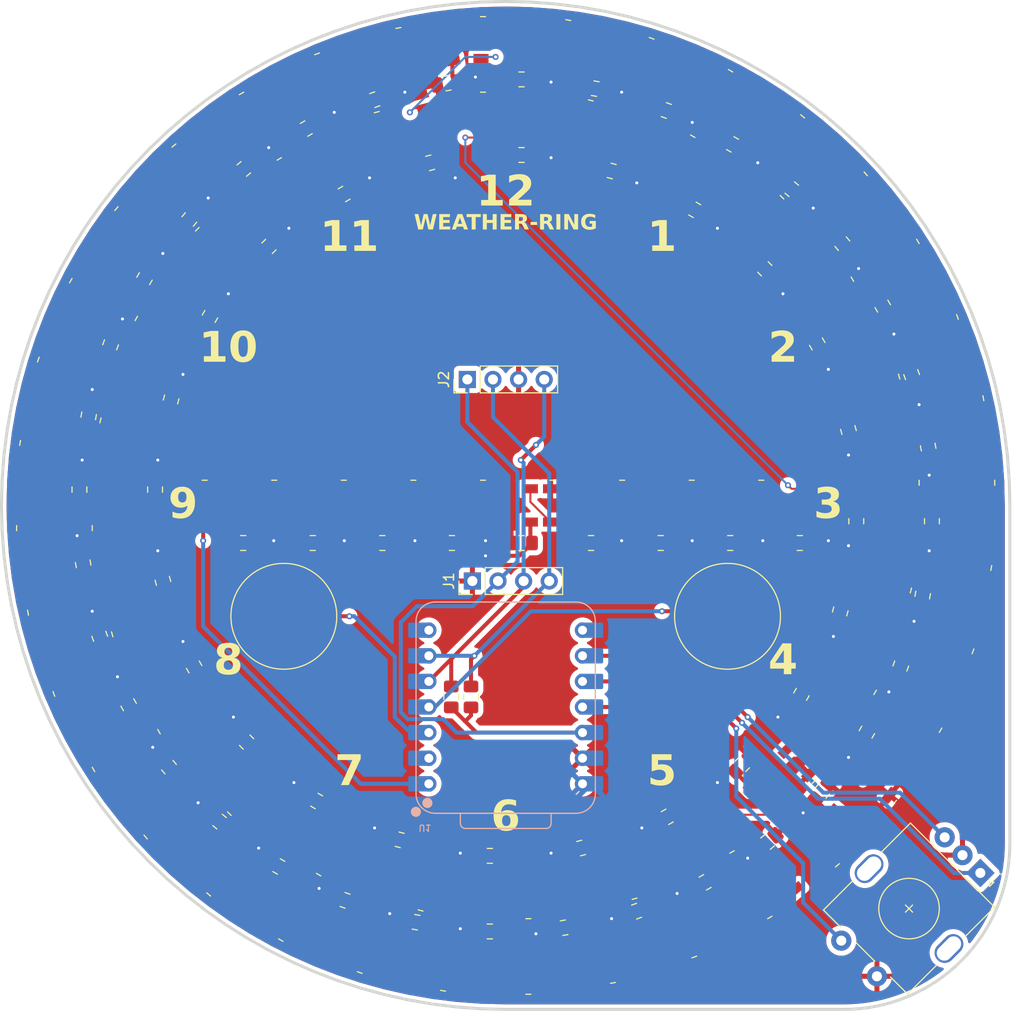
<source format=kicad_pcb>
(kicad_pcb (version 20241229) (generator "pcbnew") (generator_version "9.0")
  (layers (0 "F.Cu" signal) (2 "B.Cu" signal) (13 "F.Paste" user) (15 "B.Paste" user) (5 "F.SilkS" user "F.Silkscreen") (7 "B.SilkS" user "B.Silkscreen") (1 "F.Mask" user) (3 "B.Mask" user) (25 "Edge.Cuts" user))
  (net 0 "")
  (net 1 "GND")
  (net 2 "+5V")
  (net 3 "LED")
  (net 4 "Net-(D1-DOUT)")
  (net 5 "Net-(D2-DOUT)")
  (net 6 "Net-(D3-DOUT)")
  (net 7 "Net-(D4-DOUT)")
  (net 8 "Net-(D5-DOUT)")
  (net 9 "Net-(D6-DOUT)")
  (net 10 "Net-(D7-DOUT)")
  (net 11 "Net-(D8-DOUT)")
  (net 12 "Net-(D10-DIN)")
  (net 13 "Net-(D10-DOUT)")
  (net 14 "Net-(D11-DOUT)")
  (net 15 "Net-(D12-DOUT)")
  (net 16 "Net-(D13-DOUT)")
  (net 17 "Net-(D14-DOUT)")
  (net 18 "Net-(D15-DOUT)")
  (net 19 "Net-(D16-DOUT)")
  (net 20 "Net-(D17-DOUT)")
  (net 21 "Net-(D18-DOUT)")
  (net 22 "Net-(D19-DOUT)")
  (net 23 "Net-(D20-DOUT)")
  (net 24 "Net-(D21-DOUT)")
  (net 25 "Net-(D22-DOUT)")
  (net 26 "Net-(D23-DOUT)")
  (net 27 "Net-(D24-DOUT)")
  (net 28 "Net-(D25-DOUT)")
  (net 29 "Net-(D26-DOUT)")
  (net 30 "Net-(D27-DOUT)")
  (net 31 "Net-(D28-DOUT)")
  (net 32 "Net-(D29-DOUT)")
  (net 33 "Net-(D30-DOUT)")
  (net 34 "Net-(D31-DOUT)")
  (net 35 "Net-(D32-DOUT)")
  (net 36 "Net-(D33-DOUT)")
  (net 37 "Net-(D34-DOUT)")
  (net 38 "Net-(D35-DOUT)")
  (net 39 "Net-(D36-DOUT)")
  (net 40 "Net-(D37-DOUT)")
  (net 41 "Net-(D38-DOUT)")
  (net 42 "Net-(D39-DOUT)")
  (net 43 "Net-(D40-DOUT)")
  (net 44 "Net-(D41-DOUT)")
  (net 45 "Net-(D42-DOUT)")
  (net 46 "Net-(D43-DOUT)")
  (net 47 "Net-(D44-DOUT)")
  (net 48 "Net-(D45-DOUT)")
  (net 49 "Net-(D46-DOUT)")
  (net 50 "Net-(D47-DOUT)")
  (net 51 "Net-(D48-DOUT)")
  (net 52 "Net-(D49-DOUT)")
  (net 53 "Net-(D50-DOUT)")
  (net 54 "Net-(D51-DOUT)")
  (net 55 "Net-(D52-DOUT)")
  (net 56 "Net-(D53-DOUT)")
  (net 57 "Net-(D54-DOUT)")
  (net 58 "Net-(D55-DOUT)")
  (net 59 "Net-(D56-DOUT)")
  (net 60 "Net-(D57-DOUT)")
  (net 61 "Net-(D58-DOUT)")
  (net 62 "Net-(D59-DOUT)")
  (net 63 "Net-(D60-DOUT)")
  (net 64 "Net-(D61-DOUT)")
  (net 65 "Net-(D62-DOUT)")
  (net 66 "Net-(D63-DOUT)")
  (net 67 "Net-(D64-DOUT)")
  (net 68 "Net-(D65-DOUT)")
  (net 69 "Net-(D66-DOUT)")
  (net 70 "Net-(D67-DOUT)")
  (net 71 "Net-(D68-DOUT)")
  (net 73 "SDA")
  (net 74 "SCL")
  (net 75 "SW")
  (net 76 "R_B")
  (net 77 "R_A")
  (net 78 "Touch2")
  (net 79 "Touch1")
  (net 82 "+3V3")
  (footprint "MyLibrary:C_0805_2012Metric_HandSolder_EDITED" (layer "F.Cu") (at 149.57 90.73 180)
    (property "Reference" "C5" (hide yes))
    (property "Value" "100nf" (hide yes))
  )
  (footprint "ScottoKeebs_Components:LED_WS2812B_EDITED" (layer "F.Cu") (at 114.658022 106.25 120)
    (property "Reference" "D26" (hide yes))
    (property "Value" "LED_WS2812B" (hide yes))
  )
  (footprint "ScottoKeebs_Components:LED_WS2812B_EDITED" (layer "F.Cu") (at 125 126.837169 150)
    (property "Reference" "D55" (hide yes))
    (property "Value" "LED_WS2812B" (hide yes))
  )
  (footprint "ScottoKeebs_Components:LED_WS2812B_EDITED" (layer "F.Cu") (at 193.301157 79.012184 -80)
    (property "Reference" "D42" (hide yes))
    (property "Value" "LED_WS2812B" (hide yes))
  )
  (footprint "ScottoKeebs_Components:LED_WS2812B_EDITED" (layer "F.Cu") (at 148 133 180)
    (property "Reference" "D52" (hide yes))
    (property "Value" "LED_WS2812B" (hide yes))
  )
  (footprint "ScottoKeebs_Components:LED_WS2812B_EDITED" (layer "F.Cu") (at 171 126.837169 -150)
    (property "Reference" "D49" (hide yes))
    (property "Value" "LED_WS2812B" (hide yes))
  )
  (footprint "MyLibrary:C_0805_2012Metric_HandSolder_EDITED" (layer "F.Cu") (at 171.475944 112.696259 45)
    (property "Reference" "C19" (hide yes))
    (property "Value" "100nf" (hide yes))
  )
  (footprint "ScottoKeebs_Components:LED_WS2812B_EDITED" (layer "F.Cu") (at 185.188144 96.964533 -105)
    (property "Reference" "D17" (hide yes))
    (property "Value" "LED_WS2812B" (hide yes))
  )
  (footprint "ScottoKeebs_Components:LED_WS2812B_EDITED" (layer "F.Cu") (at 168.7 87)
    (property "Reference" "D8" (hide yes))
    (property "Value" "LED_WS2812B" (hide yes))
  )
  (footprint "MyLibrary:C_0805_2012Metric_HandSolder_EDITED" (layer "F.Cu") (at 135.018125 46.742222 -160)
    (property "Reference" "C68" (hide yes))
    (property "Value" "100nf" (hide yes))
  )
  (footprint "ScottoKeebs_Components:LED_WS2812B_EDITED" (layer "F.Cu") (at 118.43177 51.761956 40)
    (property "Reference" "D66" (hide yes))
    (property "Value" "LED_WS2812B" (hide yes))
  )
  (footprint "MyLibrary:C_0805_2012Metric_HandSolder_EDITED" (layer "F.Cu") (at 122.303741 110.475944 -45)
    (property "Reference" "C25" (hide yes))
    (property "Value" "100nf" (hide yes))
  )
  (footprint "MyLibrary:C_0805_2012Metric_HandSolder_EDITED" (layer "F.Cu") (at 116.628478 58.626679 -130)
    (property "Reference" "C65" (hide yes))
    (property "Value" "100nf" (hide yes))
  )
  (footprint "MyLibrary:C_0805_2012Metric_HandSolder_EDITED" (layer "F.Cu") (at 167.775341 124.391893 30)
    (property "Reference" "C49" (hide yes))
    (property "Value" "100nf" (hide yes))
  )
  (footprint "MyLibrary:C_0805_2012Metric_HandSolder_EDITED" (layer "F.Cu") (at 114.008415 94.482634 -75)
    (property "Reference" "C27" (hide yes))
    (property "Value" "100nf" (hide yes))
  )
  (footprint "MyLibrary:C_0805_2012Metric_HandSolder_EDITED" (layer "F.Cu") (at 160.981875 127.257778 20)
    (property "Reference" "C50" (hide yes))
    (property "Value" "100nf" (hide yes))
  )
  (footprint "MyLibrary:C_0805_2012Metric_HandSolder_EDITED" (layer "F.Cu") (at 110.608107 106.775341 -60)
    (property "Reference" "C58" (hide yes))
    (property "Value" "100nf" (hide yes))
  )
  (footprint "MyLibrary:C_0805_2012Metric_HandSolder_EDITED" (layer "F.Cu") (at 135.77 90.73 180)
    (property "Reference" "C3" (hide yes))
    (property "Value" "100nf" (hide yes))
  )
  (footprint "MyLibrary:C_0805_2012Metric_HandSolder_EDITED" (layer "F.Cu") (at 121.97 90.73 180)
    (property "Reference" "C1" (hide yes))
    (property "Value" "100nf" (hide yes))
  )
  (footprint "ScottoKeebs_Components:LED_WS2812B_EDITED" (layer "F.Cu") (at 167.25 120.341978 -150)
    (property "Reference" "D20" (hide yes))
    (property "Value" "LED_WS2812B" (hide yes))
  )
  (footprint "MyLibrary:C_0805_2012Metric_HandSolder_EDITED" (layer "F.Cu") (at 163.932508 47.816165 160)
    (property "Reference" "C36" (hide yes))
    (property "Value" "100nf" (hide yes))
  )
  (footprint "MyLibrary:C_0805_2012Metric_HandSolder_EDITED" (layer "F.Cu") (at 181.178893 97.515641 75)
    (property "Reference" "C17" (hide yes))
    (property "Value" "100nf" (hide yes))
  )
  (footprint "MyLibrary:C_0805_2012Metric_HandSolder_EDITED" (layer "F.Cu") (at 137.484359 120.178893 -15)
    (property "Reference" "C23" (hide yes))
    (property "Value" "100nf" (hide yes))
  )
  (footprint "ScottoKeebs_Components:LED_WS2812B_EDITED" (layer "F.Cu") (at 125 47.162831 30)
    (property "Reference" "D67" (hide yes))
    (property "Value" "LED_WS2812B" (hide yes))
  )
  (footprint "MyLibrary:C_0805_2012Metric_HandSolder_EDITED" (layer "F.Cu") (at 117.103299 103.025339 -60)
    (property "Reference" "C26" (hide yes))
    (property "Value" "100nf" (hide yes))
  )
  (footprint "Connector_PinHeader_2.54mm:PinHeader_1x04_P2.54mm_Vertical" (layer "F.Cu") (at 144.7 94.5 90)
    (property "Reference" "J1")
    (property "Value" "OLED_space")
  )
  (footprint "ScottoKeebs_Components:LED_WS2812B_EDITED" (layer "F.Cu") (at 191.225861 71.267073 -70)
    (property "Reference" "D41" (hide yes))
    (property "Value" "LED_WS2812B" (hide yes))
  )
  (footprint "ScottoKeebs_Components:LED_WS2812B_EDITED" (layer "F.Cu") (at 187.837169 64 -60)
    (property "Reference" "D40" (hide yes))
    (property "Value" "LED_WS2812B" (hide yes))
  )
  (footprint "MyLibrary:C_0805_2012Metric_HandSolder_EDITED" (layer "F.Cu") (at 114.821107 76.484359 -105)
    (property "Reference" "C29" (hide yes))
    (property "Value" "100nf" (hide yes))
  )
  (footprint "MyLibrary:C_0805_2012Metric_HandSolder_EDITED" (layer "F.Cu") (at 106.644804 78.113744 -100)
    (property "Reference" "C62" (hide yes))
    (property "Value" "100nf" (hide yes))
  )
  (footprint "ScottoKeebs_Components:LED_WS2812B_EDITED" (layer "F.Cu") (at 181.341978 67.75 -60)
    (property "Reference" "D14" (hide yes))
    (property "Value" "LED_WS2812B" (hide yes))
  )
  (footprint "ScottoKeebs_Components:LED_WS2812B_EDITED" (layer "F.Cu") (at 157.964533 124.188144 -165)
    (property "Reference" "D21" (hide yes))
    (property "Value" "LED_WS2812B" (hide yes))
  )
  (footprint "ScottoKeebs_Components:LED_WS2812B_EDITED" (layer "F.Cu") (at 108.162831 64 60)
    (property "Reference" "D64" (hide yes))
    (property "Value" "LED_WS2812B" (hide yes))
  )
  (footprint "ScottoKeebs_Components:LED_WS2812B_EDITED" (layer "F.Cu") (at 148 41)
    (property "Reference" "D34" (hide yes))
    (property "Value" "LED_WS2812B" (hide yes))
  )
  (footprint "MyLibrary:C_0805_2012Metric_HandSolder_EDITED" (layer "F.Cu") (at 129.255341 116.326701 -30)
    (property "Reference" "C24" (hide yes))
    (property "Value" "100nf" (hide yes))
  )
  (footprint "ScottoKeebs_Components:LED_WS2812B_EDITED" (layer "F.Cu") (at 120.4 87)
    (property "Reference" "D1" (hide yes))
    (property "Value" "LED_WS2812B" (hide yes))
  )
  (footprint "MyLibrary:C_0805_2012Metric_HandSolder_EDITED" (layer "F.Cu") (at 149.569999 44.73 180)
    (property "Reference" "C34" (hide yes))
    (property "Value" "100nf" (hide yes))
  )
  (footprint "ScottoKeebs_Components:LED_WS2812B_EDITED" (layer "F.Cu") (at 148 48.5)
    (property "Reference" "D10" (hide yes))
    (property "Value" "LED_WS2812B" (hide yes))
  )
  (footprint "ScottoKeebs_Components:LED_WS2812B_EDITED" (layer "F.Cu") (at 181.341978 106.25 -120)
    (property "Reference" "D18" (hide yes))
    (property "Value" "LED_WS2812B" (hide yes))
  )
  (footprint "ScottoKeebs_Components:LED_WS2812B_EDITED" (layer "F.Cu") (at 102.698843 94.987816 100)
    (property "Reference" "D60" (hide yes))
    (property "Value" "LED_WS2812B" (hide yes))
  )
  (footprint "ScottoKeebs_Components:LED_WS2812B_EDITED" (layer "F.Cu") (at 138.035467 124.188144 165)
    (property "Reference" "D23" (hide yes))
    (property "Value" "LED_WS2812B" (hide yes))
  )
  (footprint "MyLibrary:C_0805_2012Metric_HandSolder_EDITED" (layer "F.Cu") (at 189.900451 81.206039 100)
    (property "Reference" "C42" (hide yes))
    (property "Value" "100nf" (hide yes))
  )
  (footprint "MyLibrary:C_0805_2012Metric_HandSolder_EDITED" (layer "F.Cu") (at 190.27 88.569999 90)
    (property "Reference" "C43" (hide yes))
    (property "Value" "100nf" (hide yes))
  )
  (footprint "MyLibrary:C_0805_2012Metric_HandSolder_EDITED" (layer "F.Cu") (at 158.515641 53.821107 165)
    (property "Reference" "C11" (hide yes))
    (property "Value" "100nf" (hide yes))
  )
  (footprint "Connector_PinHeader_2.54mm:PinHeader_1x04_P2.54mm_Vertical" (layer "F.Cu") (at 144.2 74.5 90)
    (property "Reference" "J2")
    (property "Value" "AHT20")
  )
  (footprint "MyLibrary:C_0805_2012Metric_HandSolder_EDITED" (layer "F.Cu") (at 164.025339 117.896701 30)
    (property "Reference" "C20" (hide yes))
    (property "Value" "100nf" (hide yes))
  )
  (footprint "ScottoKeebs_Components:LED_WS2812B_EDITED" (layer "F.Cu") (at 110.811856 96.964533 105)
    (property "Reference" "D27" (hide yes))
    (property "Value" "LED_WS2812B" (hide yes))
  )
  (footprint "ScottoKeebs_Components:LED_WS2812B_EDITED" (layer "F.Cu") (at 175.223611 114.223611 -135)
    (property "Reference" "D19" (hide yes))
    (property "Value" "LED_WS2812B" (hide yes))
  )
  (footprint "ScottoKeebs_Components:LED_WS2812B_EDITED" (layer "F.Cu") (at 109.5 87 90)
    (property "Reference" "D28" (hide yes))
    (property "Value" "LED_WS2812B" (hide yes))
  )
  (footprint "ScottoKeebs_Components:LED_WS2812B_EDITED" (layer "F.Cu") (at 194 87 -90)
    (property "Reference" "D43" (hide yes))
    (property "Value" "LED_WS2812B" (hide yes))
  )
  (footprint "MyLibrary:C_0805_2012Metric_HandSolder_EDITED" (layer "F.Cu") (at 185.391893 67.224659 120)
    (property "Reference" "C40" (hide yes))
    (property "Value" "100nf" (hide yes))
  )
  (footprint "ScottoKeebs_Components:LED_WS2812B_EDITED" (layer "F.Cu") (at 138.035467 49.811856 15)
    (property "Reference" "D33" (hide yes))
    (property "Value" "LED_WS2812B" (hide yes))
  )
  (footprint "ScottoKeebs_Components:LED_WS2812B_EDITED" (layer "F.Cu") (at 118.43177 122.238045 140)
    (property "Reference" "D56" (hide yes))
    (property "Value" "LED_WS2812B" (hide yes))
  )
  (footprint "ScottoKeebs_Components:LED_WS2812B_EDITED" (layer "F.Cu") (at 177.56823 122.238044 -140)
    (property "Reference" "D48" (hide yes))
    (property "Value" "LED_WS2812B" (hide yes))
  )
  (footprint "ScottoKeebs_Components:LED_WS2812B_EDITED" (layer "F.Cu") (at 132.267073 43.774139 20)
    (property "Reference" "D68" (hide yes))
    (property "Value" "LED_WS2812B" (hide yes))
  )
  (footprint "MyLibrary:C_0805_2012Metric_HandSolder_EDITED" (layer "F.Cu") (at 176.373321 55.628478 140)
    (property "Reference" "C38" (hide yes))
    (property "Value" "100nf" (hide yes))
  )
  (footprint "ScottoKeebs_Components:LED_WS2812B_EDITED" (layer "F.Cu") (at 175.6 87)
    (property "Reference" "D9" (hide yes))
    (property "Value" "LED_WS2812B" (hide yes))
  )
  (footprint "MyLibrary:C_0805_2012Metric_HandSolder_EDITED" (layer "F.Cu") (at 131.974661 56.103299 -150)
    (property "Reference" "C32" (hide yes))
    (property "Value" "100nf" (hide yes))
  )
  (footprint "ScottoKeebs_Components:LED_WS2812B_EDITED" (layer "F.Cu") (at 102 87 90)
    (property "Reference" "D61" (hide yes))
    (property "Value" "LED_WS2812B" (hide yes))
  )
  (footprint "MyLibrary:C_0805_2012Metric_HandSolder_EDITED" (layer "F.Cu") (at 142.67 90.73 180)
    (property "Reference" "C4" (hide yes))
    (property "Value" "100nf" (hide yes))
  )
  (footprint "MyLibrary:C_0805_2012Metric_HandSolder_EDITED" (layer "F.Cu") (at 153.793961 128.900451 10)
    (property "Reference" "C51" (hide yes))
    (property "Value" "100nf" (hide yes))
  )
  (footprint "ScottoKeebs_Components:LED_WS2812B_EDITED" (layer "F.Cu") (at 191.225861 102.732926 -110)
    (property "Reference" "D45" (hide yes))
    (property "Value" "LED_WS2812B" (hide yes))
  )
  (footprint "ScottoKeebs_Components:LED_WS2812B_EDITED" (layer "F.Cu") (at 128.75 53.658022 30)
    (property "Reference" "D32" (hide yes))
    (property "Value" "LED_WS2812B" (hide yes))
  )
  (footprint "MyLibrary:C_0805_2012Metric_HandSolder_EDITED" (layer "F.Cu") (at 128.224659 49.608107 -150)
    (property "Reference" "C67" (hide yes))
    (property "Value" "100nf" (hide yes))
  )
  (footprint "ScottoKeebs_Components:LED_WS2812B_EDITED" (layer "F.Cu") (at 112.761956 116.56823 130)
    (property "Reference" "D57" (hide yes))
    (property "Value" "LED_WS2812B" (hide yes))
  )
  (footprint "MyLibrary:C_0805_2012Metric_HandSolder_EDITED" (layer "F.Cu") (at 106.099549 92.793961 -80)
    (property "Reference" "C60" (hide yes))
    (property "Value" "100nf" (hide yes))
  )
  (footprint "ScottoKeebs_Components:LED_WS2812B_EDITED" (layer "F.Cu") (at 141.1 87)
    (property "Reference" "D4" (hide yes))
    (property "Value" "LED_WS2812B" (hide yes))
  )
  (footprint "ScottoKeebs_Components:LED_WS2812B_EDITED" (layer "F.Cu") (at 167.25 53.658022 -30)
    (property "Reference" "D12" (hide yes))
    (property "Value" "LED_WS2812B" (hide yes))
  )
  (footprint "MyLibrary:C_0805_2012Metric_HandSolder_EDITED" (layer "F.Cu") (at 189.355196 95.886256 80)
    (property "Reference" "C44" (hide yes))
    (property "Value" "100nf" (hide yes))
  )
  (footprint "MyLibrary:TestPoint_Pad_D10.0mm" (layer "F.Cu") (at 126 98)
    (property "Reference" "TP1" (hide yes))
    (property "Value" "Touchpad")
  )
  (footprint "MyLibrary:C_0805_2012Metric_HandSolder_EDITED" (layer "F.Cu") (at 132.067492 126.183835 -20)
    (property "Reference" "C54" (hide yes))
    (property "Value" "100nf" (hide yes))
  )
  (footprint "MyLibrary:C_0805_2012Metric_HandSolder_EDITED" (layer "F.Cu") (at 128.87 90.73 180)
    (property "Reference" "C2" (hide yes))
    (property "Value" "100nf" (hide yes))
  )
  (footprint "ScottoKeebs_Components:LED_WS2812B_EDITED" (layer "F.Cu") (at 183.238044 57.43177 -50)
    (property "Reference" "D39" (hide yes))
    (property "Value" "LED_WS2812B" (hide yes))
  )
  (footprint "ScottoKeebs_Components:LED_WS2812B_EDITED" (layer "F.Cu") (at 163.732927 130.225861 -160)
    (property "Reference" "D50" (hide yes))
    (property "Value" "LED_WS2812B" (hide yes))
  )
  (footprint "ScottoKeebs_Components:LED_WS2812B_EDITED" (layer "F.Cu") (at 155.987816 132.301157 -170)
    (property "Reference" "D51" (hide yes))
    (property "Value" "LED_WS2812B" (hide yes))
  )
  (footprint "MyLibrary:C_0805_2012Metric_HandSolder_EDITED" (layer "F.Cu") (at 139.113744 128.355196 -10)
    (property "Reference" "C53" (hide yes))
    (property "Value" "100nf" (hide yes))
  )
  (footprint "MyLibrary:C_0805_2012Metric_HandSolder_EDITED" (layer "F.Cu") (at 187.183835 102.932508 70)
    (property "Reference" "C45" (hide yes))
    (property "Value" "100nf" (hide yes))
  )
  (footprint "ScottoKeebs_Components:LED_WS2812B_EDITED" (layer "F.Cu") (at 155.987816 41.698843 -10)
    (property "Reference" "D35" (hide yes))
    (property "Value" "LED_WS2812B" (hide yes))
  )
  (footprint "ScottoKeebs_Components:LED_WS2812B_EDITED" (layer "F.Cu") (at 148 87)
    (property "Reference" "D5" (hide yes))
    (property "Value" "LED_WS2812B" (hide yes))
  )
  (footprint "MyLibrary:C_0805_2012Metric_HandSolder_EDITED" (layer "F.Cu") (at 118.673299 68.255341 -120)
    (property "Reference" "C30" (hide yes))
    (property "Value" "100nf" (hide yes))
  )
  (footprint "ScottoKeebs_Components:LED_WS2812B_EDITED" (layer "F.Cu") (at 108.162831 110 120)
    (property "Reference" "D58" (hide yes))
    (property "Value" "LED_WS2812B" (hide yes))
  )
  (footprint "MyLibrary:C_0805_2012Metric_HandSolder_EDITED" (layer "F.Cu") (at 122.032057 53.610125 -140)
    (property "Reference" "C66" (hide yes))
    (property "Value" "100nf" (hide yes))
  )
  (footprint "MyLibrary:C_0805_2012Metric_HandSolder_EDITED" (layer "F.Cu") (at 177.17 90.73 180)
    (property "Reference" "C9" (hide yes))
    (property "Value" "100nf" (hide yes))
  )
  (footprint "MyLibrary:C_0805_2012Metric_HandSolder_EDITED" (layer "F.Cu") (at 105.73 85.430001 -90)
    (property "Reference" "C61" (hide yes))
    (property "Value" "100nf" (hide yes))
  )
  (footprint "ScottoKeebs_Components:LED_WS2812B_EDITED" (layer "F.Cu") (at 193.301157 94.987816 -100)
    (property "Reference" "D44" (hide yes))
    (property "Value" "LED_WS2812B" (hide yes))
  )
  (footprint "MyLibrary:C_0805_2012Metric_HandSolder_EDITED" (layer "F.Cu") (at 181.389875 61.032057 130)
    (property "Reference" "C39" (hide yes))
    (property "Value" "100nf" (hide yes))
  )
  (footprint "MyLibrary:C_0805_2012Metric_HandSolder_EDITED" (layer "F.Cu") (at 170.494659 51.178106 150)
    (property "Reference" "C37" (hide yes))
    (property "Value" "100nf" (hide yes))
  )
  (footprint "ScottoKeebs_Components:LED_WS2812B_EDITED" (layer "F.Cu") (at 186.5 87 -90)
    (property "Reference" "D16" (hide yes))
    (property "Value" "LED_WS2812B" (hide yes))
  )
  (footprint "MyLibrary:C_0805_2012Metric_HandSolder_EDITED" (layer "F.Cu") (at 163.37 90.73 180)
    (property "Reference" "C7" (hide yes))
    (property "Value" "100nf" (hide yes))
  )
  (footprint "MyLibrary:C_0805_2012Metric_HandSolder_EDITED" (layer "F.Cu") (at 140.517366 53.008415 -165)
    (property "Reference" "C33" (hide yes))
    (property "Value" "100nf" (hide yes))
  )
  (footprint "ScottoKeebs_Components:LED_WS2812B_EDITED" (layer "F.Cu") (at 177.56823 51.761955 -40)
    (property "Reference" "D38" (hide yes))
    (property "Value" "LED_WS2812B" (hide yes))
  )
  (footprint "MyLibrary:C_0805_2012Metric_HandSolder_EDITED" (layer "F.Cu") (at 142.206039 45.099549 -170)
    (property "Reference" "C69" (hide yes))
    (property "Value" "100nf" (hide yes))
  )
  (footprint "ScottoKeebs_Components:LED_WS2812B_EDITED" (layer "F.Cu") (at 157.964533 49.811856 -15)
    (property "Reference" "D11" (hide yes))
    (property "Value" "LED_WS2812B" (hide yes))
  )
  (footprint "ScottoKeebs_Components:LED_WS2812B_EDITED" (layer "F.Cu") (at 134.2 87)
    (property "Reference" "D3" (hide yes))
    (property "Value" "LED_WS2812B" (hide yes))
  )
  (footprint "MyLibrary:C_0805_2012Metric_HandSolder_EDITED" (layer "F.Cu") (at 144.56 106 90)
    (property "Reference" "R2" (hide yes))
    (property "Value" "R")
  )
  (footprint "MyLibrary:C_0805_2012Metric_HandSolder_EDITED" (layer "F.Cu") (at 125.505341 122.821894 -30)
    (property "Reference" "C55" (hide yes))
    (property "Value" "100nf" (hide yes))
  )
  (footprint "MyLibrary:C_0805_2012Metric_HandSolder_EDITED" (layer "F.Cu") (at 179.371522 115.373321 50)
    (property "Reference" "C47" (hide yes))
    (property "Value" "100nf" (hide yes))
  )
  (footprint "MyLibrary:C_0805_2012Metric_HandSolder_EDITED" (layer "F.Cu") (at 142.6 106 90)
    (property "Reference" "R1" (hide yes))
    (property "Value" "R")
  )
  (footprint "MyLibrary:C_0805_2012Metric_HandSolder_EDITED" (layer "F.Cu") (at 113.230002 85.43 -90)
    (property "Reference" "C28" (hide yes))
    (property "Value" "100nf" (hide yes))
  )
  (footprint "ScottoKeebs_Components:LED_WS2812B_EDITED" (layer "F.Cu") (at 127.3 87)
    (property "Reference" "D2" (hide yes))
    (property "Value" "LED_WS2812B" (hide yes))
  )
  (footprint "MyLibrary:C_0805_2012Metric_HandSolder_EDITED" (layer "F.Cu") (at 173.696259 63.524056 135)
    (property "Reference" "C13" (hide yes))
    (property "Value" "100nf" (hide yes))
  )
  (footprint "MyLibrary:C_0805_2012Metric_HandSolder_EDITED" (layer "F.Cu") (at 181.991585 79.517366 105)
    (property "Reference" "C15" (hide yes))
    (property "Value" "100nf" (hide yes))
  )
  (footprint "ScottoKeebs_Components:LED_WS2812B_EDITED" (layer "F.Cu") (at 154.9 87)
    (property "Reference" "D6" (hide yes))
    (property "Value" "LED_WS2812B" (hide yes))
  )
  (footprint "ScottoKeebs_Components:LED_WS2812B_EDITED" (layer "F.Cu") (at 161.8 87)
    (property "Reference" "D7" (hide yes))
    (property "Value" "LED_WS2812B" (hide yes))
  )
  (footprint "MyLibrary:C_0805_2012Metric_HandSolder_EDITED" (layer "F.Cu") (at 155.482634 120.991585 15)
    (property "Reference" "C21" (hide yes))
    (property "Value" "100nf" (hide yes))
  )
  (footprint "MyLibrary:C_0805_2012Metric_HandSolder_EDITED" (layer "F.Cu") (at 178.896701 70.974661 120)
    (property "Reference" "C14" (hide yes))
    (property "Value" "100nf" (hide yes))
  )
  (footprint "MyLibrary:C_0805_2012Metric_HandSolder_EDITED" (layer "F.Cu") (at 124.524056 61.303741 -135)
    (property "Reference" "C31" (hide yes))
    (property "Value" "100nf" (hide yes))
  )
  (footprint "MyLibrary:C_0805_2012Metric_HandSolder_EDITED" (layer "F.Cu") (at 183.821894 109.494659 60)
    (property "Reference" "C46" (hide yes))
    (property "Value" "100nf" (hide yes))
  )
  (footprint "MyLibrary:C_0805_2012Metric_HandSolder_EDITED" (layer "F.Cu") (at 119.626679 118.371522 -40)
    (property "Reference" "C56" (hide yes))
    (property "Value" "100nf" (hide yes))
  )
  (footprint "MyLibrary:C_0805_2012Metric_HandSolder_EDITED" (layer "F.Cu") (at 188.257778 74.018125 110)
    (property "Reference" "C41" (hide yes))
    (property "Value" "100nf" (hide yes))
  )
  (footprint "MyLibrary:C_0805_2012Metric_HandSolder_EDITED" (layer "F.Cu") (at 146.430001 129.27)
    (property "Reference" "C52" (hide yes))
    (property "Value" "100nf" (hide yes))
  )
  (footprint "ScottoKeebs_Components:LED_WS2812B_EDITED" (layer "F.Cu") (at 110.811856 77.035467 75)
    (property "Reference" "D29" (hide yes))
    (property "Value" "LED_WS2812B" (hide yes))
  )
  (footprint "MyLibrary:C_0805_2012Metric_HandSolder_EDITED" (layer "F.Cu") (at 149.57 52.230002 180)
    (property "Reference" "C10" (hide yes))
    (property "Value" "100nf" (hide yes))
  )
  (footprint "ScottoKeebs_Components:LED_WS2812B_EDITED" (layer "F.Cu") (at 132.267074 130.225861 160)
    (property "Reference" "D54" (hide yes))
    (property "Value" "LED_WS2812B" (hide yes))
  )
  (footprint "ScottoKeebs_Components:LED_WS2812B_EDITED" (layer "F.Cu") (at 104.774139 71.267074 70)
    (property "Reference" "D63" (hide yes))
    (property "Value" "LED_WS2812B" (hide yes))
  )
  (footprint "MyLibrary:C_0805_2012Metric_HandSolder_EDITED" (layer "F.Cu") (at 170.27 90.73 180)
    (property "Reference" "C8" (hide yes))
    (property "Value" "100nf" (hide yes))
  )
  (footprint "MyLibrary:C_0805_2012Metric_HandSolder_EDITED" (layer "F.Cu") (at 166.744659 57.673299 150)
    (property "Reference" "C12" (hide yes))
    (property "Value" "100nf" (hide yes))
  )
  (footprint "ScottoKeebs_Components:LED_WS2812B_EDITED" (layer "F.Cu") (at 104.774139 102.732927 110)
    (property "Reference" "D59" (hide yes))
    (property "Value" "LED_WS2812B" (hide yes))
  )
  (footprint "Keebio-Parts.pretty-master:RotaryEncoder_EC11" (layer "F.Cu") (at 188 127 -135)
    (property "Reference" "SW1" (hide yes))
    (property "Value" "EC11" (hide yes))
  )
  (footprint "MyLibrary:C_0805_2012Metric_HandSolder_EDITED" (layer "F.Cu") (at 156.886256 45.644804 170)
    (property "Reference" "C35" (hide yes))
    (property "Value" "100nf" (hide yes))
  )
  (footprint "ScottoKeebs_Components:LED_WS2812B_EDITED" (layer "F.Cu") (at 120.776389 59.776389 45)
    (property "Reference" "D31" (hide yes))
    (property "Value" "LED_WS2812B" (hide yes))
  )
  (footprint "MyLibrary:C_0805_2012Metric_HandSolder_EDITED" (layer "F.Cu") (at 173.967943 120.389875 40)
    (property "Reference" "C48" (hide yes))
    (property "Value" "100nf" (hide yes))
  )
  (footprint "MyLibrary:C_0805_2012Metric_HandSolder_EDITED" (layer "F.Cu") (at 107.742222 99.981875 -70)
    (property "Reference" "C59" (hide yes))
    (property "Value" "100nf" (hide yes))
  )
  (footprint "ScottoKeebs_Components:LED_WS2812B_EDITED" (layer "F.Cu") (at 183.238045 116.56823 -130)
    (property "Reference" "D47" (hide yes))
    (property "Value" "LED_WS2812B" (hide yes))
  )
  (footprint "ScottoKeebs_Components:LED_WS2812B_EDITED" (layer "F.Cu") (at 187.837169 110 -120)
    (property "Reference" "D46" (hide yes))
    (property "Value" "LED_WS2812B" (hide yes))
  )
  (footprint "ScottoKeebs_Components:LED_WS2812B_EDITED" (layer "F.Cu") (at 185.188144 77.035467 -75)
    (property "Reference" "D15" (hide yes))
    (property "Value" "LED_WS2812B" (hide yes))
  )
  (footprint "MyLibrary:C_0805_2012Metric_HandSolder_EDITED" (layer "F.Cu") (at 182.769998 88.57 90)
    (property "Reference" "C16" (hide yes))
    (property "Value" "100nf" (hide yes))
  )
  (footprint "ScottoKeebs_Components:LED_WS2812B_EDITED" (layer "F.Cu") (at 140.012184 41.698843 10)
    (property "Reference" "D69" (hide yes))
    (property "Value" "LED_WS2812B" (hide yes))
  )
  (footprint "ScottoKeebs_Components:LED_WS2812B_EDITED" (layer "F.Cu") (at 112.761955 57.43177 50)
    (property "Reference" "D65" (hide yes))
    (property "Value" "LED_WS2812B" (hide yes))
  )
  (footprint "ScottoKeebs_Components:LED_WS2812B_EDITED" (layer "F.Cu") (at 128.75 120.341978 150)
    (property "Reference" "D24" (hide yes))
    (property "Value" "LED_WS2812B" (hide yes))
  )
  (footprint "MyLibrary:TestPoint_Pad_D10.0mm" (layer "F.Cu") (at 170 98)
    (property "Reference" "TP2" (hide yes))
    (property "Value" "Touchpad")
  )
  (footprint "ScottoKeebs_Components:LED_WS2812B_EDITED" (layer "F.Cu") (at 148 125.5 180)
    (property "Reference" "D22" (hide yes))
    (property "Value" "LED_WS2812B" (hide yes))
  )
  (footprint "ScottoKeebs_Components:LED_WS2812B_EDITED" (layer "F.Cu") (at 114.658022 67.75 60)
    (property "Reference" "D30" (hide yes))
    (property "Value" "LED_WS2812B" (hide yes))
  )
  (footprint "MyLibrary:C_0805_2012Metric_HandSolder_EDITED" (layer "F.Cu") (at 177.326701 105.744659 60)
    (property "Reference" "C18" (hide yes))
    (property "Value" "100nf" (hide yes))
  )
  (footprint "ScottoKeebs_Components:LED_WS2812B_EDITED" (layer "F.Cu") (at 140.012184 132.301157 170)
    (property "Reference" "D53" (hide yes))
    (property "Value" "LED_WS2812B" (hide yes))
  )
  (footprint "ScottoKeebs_Components:LED_WS2812B_EDITED" (layer "F.Cu") (at 120.776389 114.223611 135)
    (property "Reference" "D25" (hide yes))
    (property "Value" "LED_WS2812B" (hide yes))
  )
  (footprint "MyLibrary:C_0805_2012Metric_HandSolder_EDITED" (layer "F.Cu") (at 112.178106 64.505341 -120)
    (property "Reference" "C64" (hide yes))
    (property "Value" "100nf" (hide yes))
  )
  (footprint "MyLibrary:C_0805_2012Metric_HandSolder_EDITED" (layer "F.Cu") (at 114.610125 112.967943 -50)
    (property "Reference" "C57" (hide yes))
    (property "Value" "100nf" (hide yes))
  )
  (footprint "MyLibrary:C_0805_2012Metric_HandSolder_EDITED" (layer "F.Cu") (at 156.47 90.73 180)
    (property "Reference" "C6" (hide yes))
    (property "Value" "100nf" (hide yes))
  )
  (footprint "ScottoKeebs_Components:LED_WS2812B_EDITED" (layer "F.Cu") (at 163.732926 43.774139 -20)
    (property "Reference" "D36" (hide yes))
    (property "Value" "LED_WS2812B" (hide yes))
  )
  (footprint "ScottoKeebs_Components:LED_WS2812B_EDITED" (layer "F.Cu") (at 171 47.162831 -30)
    (property "Reference" "D37" (hide yes))
    (property "Value" "LED_WS2812B" (hide yes))
  )
  (footprint "MyLibrary:C_0805_2012Metric_HandSolder_EDITED" (layer "F.Cu") (at 108.816165 71.067492 -110)
    (property "Reference" "C63" (hide yes))
    (property "Value" "100nf" (hide yes))
  )
  (footprint "ScottoKeebs_Components:LED_WS2812B_EDITED" (layer "F.Cu") (at 175.223611 59.776389 -45)
    (property "Reference" "D13" (hide yes))
    (property "Value" "LED_WS2812B" (hide yes))
  )
  (footprint "ScottoKeebs_Components:LED_WS2812B_EDITED" (layer "F.Cu") (at 102.698843 79.012184 80)
    (property "Reference" "D62" (hide yes))
    (property "Value" "LED_WS2812B" (hide yes))
  )
  (footprint "MyLibrary:C_0805_2012Metric_HandSolder_EDITED" (layer "F.Cu") (at 146.43 121.769998)
    (property "Reference" "C22" (hide yes))
    (property "Value" "100nf" (hide yes))
  )
  (footprint "Seeed Studio XIAO Series Library:XIAO-ESP32S3-DIP" (layer "B.Cu") (at 148 107)
    (property "Reference" "U1")
    (property "Value" "XIAO-ESP32-S3-DIP")
  )
  (gr_poly (pts (xy 150.479336 37.061444) (xy 152.941868 37.244657) (xy 155.383475 37.547939) (xy 157.800057 37.969595) (xy 160.187517 38.507926) (xy 162.541756 39.161234) (xy 164.858676 39.927822) (xy 167.134178 40.805993) (xy 169.364165 41.794049) (xy 171.544538 42.890292) (xy 173.671199 44.093025) (xy 175.74005 45.400551) (xy 177.746991 46.811171) (xy 179.687926 48.323189) (xy 181.558756 49.934906) (xy 183.355383 51.644626) (xy 185.065106 53.441248) (xy 186.676827 55.312075) (xy 188.188849 57.253006) (xy 189.599473 59.259945) (xy 190.907002 61.328793) (xy 192.109739 63.455453) (xy 193.205986 65.635825) (xy 194.194046 67.865811) (xy 195.072221 70.141314) (xy 195.838813 72.458235) (xy 196.492125 74.812477) (xy 197.03046 77.19994) (xy 197.45212 79.616527) (xy 197.755407 82.058139) (xy 197.938625 84.520679) (xy 198.000074 87.000049) (xy 198.000082 120.547355) (xy 197.979875 121.363204) (xy 197.9196 122.173516) (xy 197.819813 122.976944) (xy 197.681075 123.772136) (xy 197.503943 124.557747) (xy 197.288976 125.332426) (xy 197.036733 126.094825) (xy 196.747772 126.843595) (xy 196.422652 127.577389) (xy 196.061931 128.294856) (xy 195.666168 128.994649) (xy 195.235922 129.675419) (xy 194.77175 130.335818) (xy 194.274213 130.974496) (xy 193.743867 131.590105) (xy 193.181272 132.181296) (xy 192.590081 132.743891) (xy 191.974472 133.274237) (xy 191.335794 133.771775) (xy 190.675395 134.235947) (xy 189.994625 134.666193) (xy 189.294832 135.061957) (xy 188.577365 135.422678) (xy 187.843571 135.747798) (xy 187.094801 136.036759) (xy 186.332402 136.289002) (xy 185.557723 136.503968) (xy 184.772112 136.681099) (xy 183.97692 136.819836) (xy 183.173492 136.919621) (xy 182.36318 136.979894) (xy 181.547331 137.000098) (xy 148.00007 137.000098) (xy 145.52071 136.938653) (xy 143.058177 136.75544) (xy 140.616571 136.452158) (xy 138.19999 136.030502) (xy 135.812531 135.492173) (xy 133.458293 134.838865) (xy 131.141374 134.072278) (xy 128.865873 133.194108) (xy 126.635887 132.206053) (xy 124.455515 131.109811) (xy 122.328855 129.907079) (xy 120.260005 128.599555) (xy 118.253064 127.188935) (xy 116.31213 125.676919) (xy 114.4413 124.065202) (xy 112.644674 122.355483) (xy 110.934951 120.558861) (xy 109.323229 118.688034) (xy 107.811208 116.747102) (xy 106.400583 114.740163) (xy 105.093054 112.671314) (xy 103.890316 110.544654) (xy 102.794068 108.364282) (xy 101.806008 106.134294) (xy 100.927833 103.858791) (xy 100.161239 101.541869) (xy 99.507926 99.187627) (xy 98.969591 96.800163) (xy 98.54793 94.383575) (xy 98.244643 91.941962) (xy 98.061425 89.479422) (xy 97.999975 87.000052) (xy 98.061422 84.520692) (xy 98.244637 82.058159) (xy 98.547922 79.616553) (xy 98.96958 77.199971) (xy 99.507913 74.812511) (xy 100.161224 72.458273) (xy 100.927814 70.141354) (xy 101.805988 67.865852) (xy 102.794046 65.635866) (xy 103.890291 63.455495) (xy 105.093026 61.328835) (xy 106.400554 59.259986) (xy 107.811176 57.253046) (xy 109.323196 55.312112) (xy 110.934915 53.441284) (xy 112.644636 51.64466) (xy 114.44126 49.934939) (xy 116.312088 48.32322) (xy 118.253021 46.8112) (xy 120.259961 45.400578) (xy 122.328809 44.093051) (xy 124.455468 42.890316) (xy 126.63584 41.79407) (xy 128.865825 40.806012) (xy 131.141326 39.927839) (xy 133.458245 39.161249) (xy 135.812483 38.507938) (xy 138.199942 37.969605) (xy 140.616524 37.547947) (xy 143.05813 37.244662) (xy 145.520663 37.061446) (xy 148 37)) (stroke (width 0.294936)) (fill no) (layer "Edge.Cuts"))
  (gr_poly (pts (xy 148 37) (xy 147.999975 36.999999) (xy 148.000025 36.999999)) (stroke (width 0.294936)) (fill no) (layer "Edge.Cuts"))
  (gr_text "11" (at 132.5 60.5 0) (layer "F.SilkS") (effects (font (size 3 3) (thickness 0.3) (bold yes))))
  (gr_text "6" (at 148 118 0) (layer "F.SilkS") (effects (font (size 3 3) (thickness 0.3) (bold yes))))
  (gr_text "10" (at 120.5 71.5 0) (layer "F.SilkS") (effects (font (size 3 3) (thickness 0.3) (bold yes))))
  (gr_text "5" (at 163.5 113.5 0) (layer "F.SilkS") (effects (font (size 3 3) (thickness 0.3) (bold yes))))
  (gr_text "1" (at 163.5 60.5 0) (layer "F.SilkS") (effects (font (size 3 3) (thickness 0.3) (bold yes))))
  (gr_text "2" (at 175.5 71.5 0) (layer "F.SilkS") (effects (font (size 3 3) (thickness 0.3) (bold yes))))
  (gr_text "3" (at 180 87 0) (layer "F.SilkS") (effects (font (size 3 3) (thickness 0.3) (bold yes))))
  (gr_text "12" (at 148 56 0) (layer "F.SilkS") (effects (font (size 3 3) (thickness 0.3) (bold yes))))
  (gr_text "7" (at 132.5 113.5 0) (layer "F.SilkS") (effects (font (size 3 3) (thickness 0.3) (bold yes))))
  (gr_text "8" (at 120.5 102.5 0) (layer "F.SilkS") (effects (font (size 3 3) (thickness 0.3) (bold yes))))
  (gr_text "WEATHER-RING" (at 148 59 0) (layer "F.SilkS") (effects (font (size 1.5 1.5) (thickness 0.3) (bold yes))))
  (gr_text "9" (at 116 87 0) (layer "F.SilkS") (effects (font (size 3 3) (thickness 0.3) (bold yes))))
  (gr_text "4" (at 175.5 102.5 0) (layer "F.SilkS") (effects (font (size 3 3) (thickness 0.3) (bold yes))))
  (segment (start 109.171011 69.328989) (end 110 68.5) (width 0.4) (layer "F.Cu") (net 2))
  (segment (start 142.711482 44.403094) (end 143.227777 44.919389) (width 0.4) (layer "F.Cu") (net 2))
  (segment (start 176.807951 106.64316) (end 176.35684 106.64316) (width 0.4) (layer "F.Cu") (net 2))
  (segment (start 167.692049 58.192049) (end 169 59.5) (width 0.4) (layer "F.Cu") (net 2))
  (segment (start 145.549999 129.427498) (end 145.392501 129.27) (width 0.4) (layer "F.Cu") (net 2))
  (segment (start 173.27 90.73) (end 173.5 90.5) (width 0.4) (layer "F.Cu") (net 2))
  (segment (start 136.65 88.65) (end 136.65 90.5725) (width 0.4) (layer "F.Cu") (net 2))
  (segment (start 178.05 88.65) (end 178.05 90.5725) (width 0.4) (layer "F.Cu") (net 2))
  (segment (start 121.369179 51.485584) (end 122.826828 52.943233) (width 0.4) (layer "F.Cu") (net 2))
  (segment (start 137.175036 128.175036) (end 136.5 127.5) (width 0.4) (layer "F.Cu") (net 2))
  (segment (start 150.45 52.072502) (end 150.6075 52.230002) (width 0.4) (layer "F.Cu") (net 2))
  (segment (start 106.824964 77.092006) (end 106.824964 75.675036) (width 0.4) (layer "F.Cu") (net 2))
  (segment (start 121.369179 51.451099) (end 121.369179 51.485584) (width 0.4) (layer "F.Cu") (net 2))
  (segment (start 182.769998 90.230002) (end 182 91) (width 0.4) (layer "F.Cu") (net 2))
  (segment (start 145.55 121.927498) (end 145.3925 121.769998) (width 0.4) (layer "F.Cu") (net 2))
  (segment (start 190.080611 83.919389) (end 190 84) (width 0.4) (layer "F.Cu") (net 2))
  (segment (start 140.829037 50.771527) (end 140.829037 52.049413) (width 0.4) (layer "F.Cu") (net 2))
  (segment (start 151.419389 129.080611) (end 151 129.5) (width 0.4) (layer "F.Cu") (net 2))
  (segment (start 184.85 89.45) (end 182.927498 89.45) (width 0.4) (layer "F.Cu") (net 2))
  (segment (start 185.910643 69.410643) (end 186.5 70) (width 0.4) (layer "F.Cu") (net 2))
  (segment (start 159.324964 45.824964) (end 159.5 46) (width 0.4) (layer "F.Cu") (net 2))
  (segment (start 171.696856 51.696856) (end 173 53) (width 0.4) (layer "F.Cu") (net 2))
  (segment (start 166.87684 124.910643) (end 165.589357 124.910643) (width 0.4) (layer "F.Cu") (net 2))
  (segment (start 136.482211 119.910368) (end 135.910368 119.910368) (width 0.4) (layer "F.Cu") (net 2))
  (segment (start 121.570118 108.570118) (end 121 108) (width 0.4) (layer "F.Cu") (net 2))
  (segment (start 107.387376 97.887376) (end 107 97.5) (width 0.4) (layer "F.Cu") (net 2))
  (segment (start 123.703237 124.183227) (end 123.703237 123.206747) (width 0.4) (layer "F.Cu") (net 2))
  (segment (start 123.898264 59.210703) (end 125.257679 60.570118) (width 0.4) (layer "F.Cu") (net 2))
  (segment (start 189.175036 97.824964) (end 188.5 98.5) (width 0.4) (layer "F.Cu") (net 2))
  (segment (start 143.769998 121.769998) (end 143.5 121.5) (width 0.4) (layer "F.Cu") (net 2))
  (segment (start 160.866346 129.513318) (end 160.866346 128.472026) (width 0.4) (layer "F.Cu") (net 2))
  (segment (start 142.711482 42.898338) (end 142.711482 44.403094) (width 0.4) (layer "F.Cu") (net 2))
  (segment (start 190.27 91.23) (end 190 91.5) (width 0.4) (layer "F.Cu") (net 2))
  (segment (start 179.920978 117.38444) (end 178.70463 116.168092) (width 0.4) (layer "F.Cu") (net 2))
  (segment (start 104.749214 76.885924) (end 106.618882 76.885924) (width 0.4) (layer "F.Cu") (net 2))
  (segment (start 135.910368 119.910368) (end 135 119) (width 0.4) (layer "F.Cu") (net 2))
  (segment (start 111.793253 62.703237) (end 112.696856 63.60684) (width 0.4) (layer "F.Cu") (net 2))
  (segment (start 112.451099 113.630821) (end 112.485584 113.630821) (width 0.4) (layer "F.Cu") (net 2))
  (segment (start 186.828989 104.671011) (end 186 105.5) (width 0.4) (layer "F.Cu") (net 2))
  (segment (start 168.546762 56.311964) (end 168.546762 57.288447) (width 0.4) (layer "F.Cu") (net 2))
  (segment (start 113.072502 84.55) (end 113.230002 84.3925) (width 0.4) (layer "F.Cu") (net 2))
  (segment (start 143.7075 90.73) (end 145.77 90.73) (width 0.4) (layer "F.Cu") (net 2))
  (segment (start 184.206747 111.296763) (end 183.303144 110.39316) (width 0.4) (layer "F.Cu") (net 2))
  (segment (start 130.52916 126.39239) (end 131.092561 125.828989) (width 0.4) (layer "F.Cu") (net 2))
  (segment (start 138.77 90.73) (end 139 90.5) (width 0.4) (layer "F.Cu") (net 2))
  (segment (start 182.056767 61.826828) (end 182.056767 62.556767) (width 0.4) (layer "F.Cu") (net 2))
  (segment (start 190.27 89.607499) (end 190.27 91.23) (width 0.4) (layer "F.Cu") (net 2))
  (segment (start 110.089357 104.589357) (end 109.5 104) (width 0.4) (layer "F.Cu") (net 2))
  (segment (start 168.546762 57.288447) (end 167.64316 58.192049) (width 0.4) (layer "F.Cu") (net 2))
  (segment (start 112.696856 63.60684) (end 112.696856 63.303144) (width 0.4) (layer "F.Cu") (net 2))
  (segment (start 105.919389 90.419389) (end 105.5 90) (width 0.4) (layer "F.Cu") (net 2))
  (segment (start 182.769998 89.6075) (end 182.769998 90.230002) (width 0.4) (layer "F.Cu") (net 2))
  (segment (start 106.824964 75.675036) (end 107 75.5) (width 0.4) (layer "F.Cu") (net 2))
  (segment (start 143.55 90.5725) (end 143.7075 90.73) (width 0.4) (layer "F.Cu") (net 2))
  (segment (start 131.696762 53.861964) (end 131.696762 54.408149) (width 0.4) (layer "F.Cu") (net 2))
  (segment (start 152.73989 121.26011) (end 152.5 121.5) (width 0.4) (layer "F.Cu") (net 2))
  (segment (start 182.26011 80.519514) (end 182.26011 81.73989) (width 0.4) (layer "F.Cu") (net 2))
  (segment (start 118.288447 66.453238) (end 119.192049 67.35684) (width 0.4) (layer "F.Cu") (net 2))
  (segment (start 150.607499 44.73) (end 152.23 44.73) (width 0.4) (layer "F.Cu") (net 2))
  (segment (start 113.943233 112.173172) (end 113.943233 111.943233) (width 0.4) (layer "F.Cu") (net 2))
  (segment (start 127.453238 116.711553) (end 128.35684 115.807951) (width 0.4) (layer "F.Cu") (net 2))
  (segment (start 136.096 120.296579) (end 136.482211 119.910368) (width 0.4) (layer "F.Cu") (net 2))
  (segment (start 128.307951 115.807951) (end 127 114.5) (width 0.4) (layer "F.Cu") (net 2))
  (segment (start 107.387376 99.006944) (end 107.387376 97.887376) (width 0.4) (layer "F.Cu") (net 2))
  (segment (start 170.070118 113.429882) (end 169 114.5) (width 0.4) (layer "F.Cu") (net 2))
  (segment (start 117.61556 118.920978) (end 118.831908 117.70463) (width 0.4) (layer "F.Cu") (net 2))
  (segment (start 181.138036 70.696762) (end 180.591851 70.696762) (width 0.4) (layer "F.Cu") (net 2))
  (segment (start 143.227777 44.919389) (end 144.580611 44.919389) (width 0.4) (layer "F.Cu") (net 2))
  (segment (start 191.585367 82.227777) (end 192.101662 81.711482) (width 0.4) (layer "F.Cu") (net 2))
  (segment (start 120.210703 111.324472) (end 120.210703 111.101736) (width 0.4) (layer "F.Cu") (net 2))
  (segment (start 150.45 90.5725) (end 150.6075 90.73) (width 0.4) (layer "F.Cu") (net 2))
  (segment (start 114.703421 75.096) (end 115.089632 75.482211) (width 0.4) (layer "F.Cu") (net 2))
  (segment (start 131.696762 54.408149) (end 132.873162 55.584549) (width 0.4) (layer "F.Cu") (net 2))
  (segment (start 145.549999 131.35) (end 145.549999 129.427498) (width 0.4) (layer "F.Cu") (net 2))
  (segment (start 112.696856 63.303144) (end 114 62) (width 0.4) (layer "F.Cu") (net 2))
  (segment (start 118.831908 117.70463) (end 118.70463 117.70463) (width 0.4) (layer "F.Cu") (net 2))
  (segment (start 119.192049 67.307951) (end 120.5 66) (width 0.4) (layer "F.Cu") (net 2))
  (segment (start 178.688036 107.546762) (end 178.688036 107.811964) (width 0.4) (layer "F.Cu") (net 2))
  (segment (start 159.27 90.73) (end 159.5 90.5) (width 0.4) (layer "F.Cu") (net 2))
  (segment (start 115.089632 75.482211) (end 115.089632 74.910368) (width 0.4) (layer "F.Cu") (net 2))
  (segment (start 122.85 90.5725) (end 123.0075 90.73) (width 0.4) (layer "F.Cu") (net 2))
  (segment (start 180.399241 117.38444) (end 179.920978 117.38444) (width 0.4) (layer "F.Cu") (net 2))
  (segment (start 171.39316 51.696856) (end 171.696856 51.696856) (width 0.4) (layer "F.Cu") (net 2))
  (segment (start 122.826828 52.943233) (end 123.056767 52.943233) (width 0.4) (layer "F.Cu") (net 2))
  (segment (start 162.084549 118.415451) (end 161.5 119) (width 0.4) (layer "F.Cu") (net 2))
  (segment (start 113.049413 94.170963) (end 113.73989 93.480486) (width 0.4) (layer "F.Cu") (net 2))
  (segment (start 110.089357 105.87684) (end 110.089357 104.589357) (width 0.4) (layer "F.Cu") (net 2))
  (segment (start 107.162581 69.52916) (end 108.60761 69.52916) (width 0.4) (layer "F.Cu") (net 2))
  (segment (start 157.5075 90.73) (end 159.27 90.73) (width 0.4) (layer "F.Cu") (net 2))
  (segment (start 155.170963 121.950587) (end 154.480486 121.26011) (width 0.4) (layer "F.Cu") (net 2))
  (segment (start 178.5 108) (end 178.164791 108) (width 0.4) (layer "F.Cu") (net 2))
  (segment (start 150.45 50.15) (end 150.45 52.072502) (width 0.4) (layer "F.Cu") (net 2))
  (segment (start 127.946763 47.366772) (end 127.946763 47.91296) (width 0.4) (layer "F.Cu") (net 2))
  (segment (start 127.453238 117.688036) (end 127.453238 116.711553) (width 0.4) (layer "F.Cu") (net 2))
  (segment (start 177.168092 56.29537) (end 177.29537 56.29537) (width 0.4) (layer "F.Cu") (net 2))
  (segment (start 133.415451 55.584549) (end 134.5 54.5) (width 0.4) (layer "F.Cu") (net 2))
  (segment (start 186.828989 103.907439) (end 186.828989 104.671011) (width 0.4) (layer "F.Cu") (net 2))
  (segment (start 172 122) (end 172.943233 121.056767) (width 0.4) (layer "F.Cu") (net 2))
  (segment (start 135.133654 45.527974) (end 135.993056 46.387376) (width 0.4) (layer "F.Cu") (net 2))
  (segment (start 185.910643 68.12316) (end 185.910643 69.410643) (width 0.4) (layer "F.Cu") (net 2))
  (segment (start 152.772223 129.080611) (end 151.419389 129.080611) (width 0.4) (layer "F.Cu") (net 2))
  (segment (start 160.006944 127.612624) (end 158.887376 127.612624) (width 0.4) (layer "F.Cu") (net 2))
  (segment (start 179.415451 72.915451) (end 180 73.5) (width 0.4) (layer "F.Cu") (net 2))
  (segment (start 182.056767 62.556767) (end 183 63.5) (width 0.4) (layer "F.Cu") (net 2))
  (segment (start 150.450001 44.572502) (end 150.607499 44.73) (width 0.4) (layer "F.Cu") (net 2))
  (segment (start 117.29537 57.70463) (end 118.5 56.5) (width 0.4) (layer "F.Cu") (net 2))
  (segment (start 137.885924 130.250786) (end 137.885924 128.381118) (width 0.4) (layer "F.Cu") (net 2))
  (segment (start 135.993056 46.387376) (end 137.612624 46.387376) (width 0.4) (layer "F.Cu") (net 2))
  (segment (start 178.70463 116.29537) (end 177.5 117.5) (width 0.4) (layer "F.Cu") (net 2))
  (segment (start 189.175036 96.907994) (end 189.175036 97.824964) (width 0.4) (layer "F.Cu") (net 2))
  (segment (start 188.612624 74.993056) (end 189.653916 74.993056) (width 0.4) (layer "F.Cu") (net 2))
  (segment (start 111.771527 94.170963) (end 113.049413 94.170963) (width 0.4) (layer "F.Cu") (net 2))
  (segment (start 127.946763 47.91296) (end 129.12316 49.089357) (width 0.4) (layer "F.Cu") (net 2))
  (segment (start 168.053237 126.08704) (end 166.87684 124.910643) (width 0.4) (layer "F.Cu") (net 2))
  (segment (start 152.230002 52.230002) (end 152.5 52.5) (width 0.4) (layer "F.Cu") (net 2))
  (segment (start 182.96026 98.904) (end 181.296579 98.904) (width 0.4) (layer "F.Cu") (net 2))
  (segment (start 157.907994 45.824964) (end 159.324964 45.824964) (width 0.4) (layer "F.Cu") (net 2))
  (segment (start 187.633228 66.946763) (end 187.08704 66.946763) (width 0.4) (layer "F.Cu") (net 2))
  (segment (start 108.91296 107.053237) (end 110.089357 105.87684) (width 0.4) (layer "F.Cu") (net 2))
  (segment (start 165.47084 46.162581) (end 165.47084 47.60761) (width 0.4) (layer "F.Cu") (net 2))
  (segment (start 182.927498 89.45) (end 182.769998 89.6075) (width 0.4) (layer "F.Cu") (net 2))
  (segment (start 110.816773 62.703237) (end 111.793253 62.703237) (width 0.4) (layer "F.Cu") (net 2))
  (segment (start 171.3075 90.73) (end 173.27 90.73) (width 0.4) (layer "F.Cu") (net 2))
  (segment (start 174.630821 122.548901) (end 174.630821 122.514416) (width 0.4) (layer "F.Cu") (net 2))
  (segment (start 124.77 90.73) (end 125 90.5) (width 0.4) (layer "F.Cu") (net 2))
  (segment (start 185.183227 111.296763) (end 184.206747 111.296763) (width 0.4) (layer "F.Cu") (net 2))
  (segment (start 180.591851 70.696762) (end 179.415451 71.873162) (width 0.4) (layer "F.Cu") (net 2))
  (segment (start 188.612624 76.612624) (end 189 77) (width 0.4) (layer "F.Cu") (net 2))
  (segment (start 120.210703 111.101736) (end 121.570118 109.742321) (width 0.4) (layer "F.Cu") (net 2))
  (segment (start 113.230002 82.769998) (end 113.5 82.5) (width 0.4) (layer "F.Cu") (net 2))
  (segment (start 108.60761 69.52916) (end 109.171011 70.092561) (width 0.4) (layer "F.Cu") (net 2))
  (segment (start 150.6075 52.230002) (end 152.230002 52.230002) (width 0.4) (layer "F.Cu") (net 2))
  (segment (start 189.653916 74.993056) (end 190.513318 74.133654) (width 0.4) (layer "F.Cu") (net 2))
  (segment (start 164.303238 119.591851) (end 163.126838 118.415451) (width 0.4) (layer "F.Cu") (net 2))
  (segment (start 129.9075 90.73) (end 131.77 90.73) (width 0.4) (layer "F.Cu") (net 2))
  (segment (start 183.303144 110.696856) (end 182 112) (width 0.4) (layer "F.Cu") (net 2))
  (segment (start 174.429882 64.257679) (end 174.429882 64.929882) (width 0.4) (layer "F.Cu") (net 2))
  (segment (start 121.570118 109.742321) (end 121.570118 108.570118) (width 0.4) (layer "F.Cu") (net 2))
  (segment (start 178.2075 90.73) (end 179.77 90.73) (width 0.4) (layer "F.Cu") (net 2))
  (segment (start 143.55 88.65) (end 143.55 90.5725) (width 0.4) (layer "F.Cu") (net 2))
  (segment (start 176.35684 106.64316) (end 175 108) (width 0.4) (layer "F.Cu") (net 2))
  (segment (start 123.0075 90.73) (end 124.77 90.73) (width 0.4) (layer "F.Cu") (net 2))
  (segment (start 164.25 88.65) (end 164.25 90.5725) (width 0.4) (layer "F.Cu") (net 2))
  (segment (start 112.485584 113.630821) (end 113.943233 112.173172) (width 0.4) (layer "F.Cu") (net 2))
  (segment (start 178.38444 55.079022) (end 177.168092 56.29537) (width 0.4) (layer "F.Cu") (net 2))
  (segment (start 150.450001 42.65) (end 150.450001 44.572502) (width 0.4) (layer "F.Cu") (net 2))
  (segment (start 105.919389 91.772223) (end 105.919389 90.419389) (width 0.4) (layer "F.Cu") (net 2))
  (segment (start 117.311964 66.453238) (end 118.288447 66.453238) (width 0.4) (layer "F.Cu") (net 2))
  (segment (start 105.403094 92.288518) (end 105.919389 91.772223) (width 0.4) (layer "F.Cu") (net 2))
  (segment (start 171.15 88.65) (end 171.15 90.5725) (width 0.4) (layer "F.Cu") (net 2))
  (segment (start 115.089632 74.910368) (end 116 74) (width 0.4) (layer "F.Cu") (net 2))
  (segment (start 172.101736 114.789297) (end 170.742321 113.429882) (width 0.4) (layer "F.Cu") (net 2))
  (segment (start 164.4075 90.73) (end 166.27 90.73) (width 0.4) (layer "F.Cu") (net 2))
  (segment (start 160.866346 128.472026) (end 160.006944 127.612624) (width 0.4) (layer "F.Cu") (net 2))
  (segment (start 165.47084 47.60761) (end 164.907439 48.171011) (width 0.4) (layer "F.Cu") (net 2))
  (segment (start 172.324472 114.789297) (end 172.101736 114.789297) (width 0.4) (layer "F.Cu") (net 2))
  (segment (start 165.589357 124.910643) (end 165 125.5) (width 0.4) (layer "F.Cu") (net 2))
  (segment (start 143.77 129.27) (end 143.5 129) (width 0.4) (layer "F.Cu") (net 2))
  (segment (start 116.079022 56.61556) (end 117.29537 57.831908) (width 0.4) (layer "F.Cu") (net 2))
  (segment (start 105.73 82.77) (end 106 82.5) (width 0.4) (layer "F.Cu") (net 2))
  (segment (start 105.73 84.392501) (end 105.73 82.77) (width 0.4) (layer "F.Cu") (net 2))
  (segment (start 188.837419 104.47084) (end 187.39239 104.47084) (width 0.4) (layer "F.Cu") (net 2))
  (segment (start 153.288518 131.101662) (end 153.288518 129.596906) (width 0.4) (layer "F.Cu") (net 2))
  (segment (start 184.228473 79.829037) (end 182.950587 79.829037) (width 0.4) (layer "F.Cu") (net 2))
  (segment (start 129.75 88.65) (end 129.75 90.5725) (width 0.4) (layer "F.Cu") (net 2))
  (segment (start 153.288518 129.596906) (end 152.772223 129.080611) (width 0.4) (layer "F.Cu") (net 2))
  (segment (start 145.3925 121.769998) (end 143.769998 121.769998) (width 0.4) (layer "F.Cu") (net 2))
  (segment (start 167.64316 58.192049) (end 167.692049 58.192049) (width 0.4) (layer "F.Cu") (net 2))
  (segment (start 141.519514 52.73989) (end 141.519514 53.019514) (width 0.4) (layer "F.Cu") (net 2))
  (segment (start 187.39239 104.47084) (end 186.828989 103.907439) (width 0.4) (layer "F.Cu") (net 2))
  (segment (start 136.8075 90.73) (end 138.77 90.73) (width 0.4) (layer "F.Cu") (net 2))
  (segment (start 190.080611 82.227777) (end 191.585367 82.227777) (width 0.4) (layer "F.Cu") (net 2))
  (segment (start 117.61556 119.399241) (end 117.61556 118.920978) (width 0.4) (layer "F.Cu") (net 2))
  (segment (start 183.303144 110.39316) (end 183.303144 110.696856) (width 0.4) (layer "F.Cu") (net 2))
  (segment (start 158.114076 43.749214) (end 158.114076 45.618882) (width 0.4) (layer "F.Cu") (net 2))
  (segment (start 136.096 121.96026) (end 136.096 120.296579) (width 0.4) (layer "F.Cu") (net 2))
  (segment (start 115.408149 103.303238) (end 116.584549 102.126838) (width 0.4) (layer "F.Cu") (net 2))
  (segment (start 138.092006 128.175036) (end 137.175036 128.175036) (width 0.4) (layer "F.Cu") (net 2))
  (segment (start 113.943233 111.943233) (end 113 111) (width 0.4) (layer "F.Cu") (net 2))
  (segment (start 191.250786 97.114076) (end 189.381118 97.114076) (width 0.4) (layer "F.Cu") (net 2))
  (segment (start 154.480486 121.26011) (end 152.73989 121.26011) (width 0.4) (layer "F.Cu") (net 2))
  (segment (start 155.170963 123.228473) (end 155.170963 121.950587) (width 0.4) (layer "F.Cu") (net 2))
  (segment (start 131.092561 125.828989) (end 130.328989 125.828989) (width 0.4) (layer "F.Cu") (net 2))
  (segment (start 129.12316 49.089357) (end 129.910643 49.089357) (width 0.4) (layer "F.Cu") (net 2))
  (segment (start 109.171011 70.092561) (end 109.171011 69.328989) (width 0.4) (layer "F.Cu") (net 2))
  (segment (start 114.861964 103.303238) (end 115.408149 103.303238) (width 0.4) (layer "F.Cu") (net 2))
  (segment (start 118.70463 117.70463) (end 117.5 116.5) (width 0.4) (layer "F.Cu") (net 2))
  (segment (start 122.85 88.65) (end 122.85 90.5725) (width 0.4) (layer "F.Cu") (net 2))
  (segment (start 125.429882 60.570118) (end 126.5 59.5) (width 0.4) (layer "F.Cu") (net 2))
  (segment (start 170.742321 113.429882) (end 170.070118 113.429882) (width 0.4) (layer "F.Cu") (net 2))
  (segment (start 124.60684 122.303144) (end 124.60684 122.10684) (width 0.4) (layer "F.Cu") (net 2))
  (segment (start 178.05 90.5725) (end 178.2075 90.73) (width 0.4) (layer "F.Cu") (net 2))
  (segment (start 129.910643 49.089357) (end 131 48) (width 0.4) (layer "F.Cu") (net 2))
  (segment (start 178.38444 54.600759) (end 178.38444 55.079022) (width 0.4) (layer "F.Cu") (net 2))
  (segment (start 113.230002 84.3925) (end 113.230002 82.769998) (width 0.4) (layer "F.Cu") (net 2))
  (segment (start 177.29537 56.29537) (end 178.5 57.5) (width 0.4) (layer "F.Cu") (net 2))
  (segment (start 159.904 52.03974) (end 159.904 53.703421) (width 0.4) (layer "F.Cu") (net 2))
  (segment (start 174.630821 122.514416) (end 173.173172 121.056767) (width 0.4) (layer "F.Cu") (net 2))
  (segment (start 124.60684 122.10684) (end 123.5 121) (width 0.4) (layer "F.Cu") (net 2))
  (segment (start 116.584549 102.126838) (end 116.584549 101.084549) (width 0.4) (layer "F.Cu") (net 2))
  (segment (start 183.548901 60.369179) (end 183.514416 60.369179) (width 0.4) (layer "F.Cu") (net 2))
  (segment (start 175.789297 62.675528) (end 175.789297 62.898264) (width 0.4) (layer "F.Cu") (net 2))
  (segment (start 108.366772 107.053237) (end 108.91296 107.053237) (width 0.4) (layer "F.Cu") (net 2))
  (segment (start 182.950587 79.829037) (end 182.26011 80.519514) (width 0.4) (layer "F.Cu") (net 2))
  (segment (start 163.126838 118.415451) (end 162.084549 118.415451) (width 0.4) (layer "F.Cu") (net 2))
  (segment (start 188.612624 74.993056) (end 188.612624 76.612624) (width 0.4) (layer "F.Cu") (net 2))
  (segment (start 113.03974 75.096) (end 114.703421 75.096) (width 0.4) (layer "F.Cu") (net 2))
  (segment (start 178.164791 108) (end 176.807951 106.64316) (width 0.4) (layer "F.Cu") (net 2))
  (segment (start 125.257679 60.570118) (end 125.429882 60.570118) (width 0.4) (layer "F.Cu") (net 2))
  (segment (start 130.328989 125.828989) (end 129.5 125) (width 0.4) (layer "F.Cu") (net 2))
  (segment (start 131.77 90.73) (end 132 90.5) (width 0.4) (layer "F.Cu") (net 2))
  (segment (start 149.3375 92) (end 146 92) (width 0.4) (layer "F.Cu") (net 2))
  (segment (start 113.73989 93.480486) (end 113.73989 91.73989) (width 0.4) (layer "F.Cu") (net 2))
  (segment (start 180.910368 98.517789) (end 180.910368 99.589632) (width 0.4) (layer "F.Cu") (net 2))
  (segment (start 165.671011 48.171011) (end 166.5 49) (width 0.4) (layer "F.Cu") (net 2))
  (segment (start 164.25 90.5725) (end 164.4075 90.73) (width 0.4) (layer "F.Cu") (net 2))
  (segment (start 105.73 84.392501) (end 103.807498 84.392501) (width 0.4) (layer "F.Cu") (net 2))
  (segment (start 159.517789 54.089632) (end 160.089632 54.089632) (width 0.4) (layer "F.Cu") (net 2))
  (segment (start 190.427498 89.450001) (end 190.27 89.607499) (width 0.4) (layer "F.Cu") (net 2))
  (segment (start 116.584549 101.084549) (end 116 100.5) (width 0.4) (layer "F.Cu") (net 2))
  (segment (start 171.15 90.5725) (end 171.3075 90.73) (width 0.4) (layer "F.Cu") (net 2))
  (segment (start 175.789297 62.898264) (end 174.429882 64.257679) (width 0.4) (layer "F.Cu") (net 2))
  (segment (start 117.29537 57.831908) (end 117.29537 57.70463) (width 0.4) (layer "F.Cu") (net 2))
  (segment (start 178.688036 107.811964) (end 178.5 108) (width 0.4) (layer "F.Cu") (net 2))
  (segment (start 132.873162 55.584549) (end 133.415451 55.584549) (width 0.4) (layer "F.Cu") (net 2))
  (segment (start 150.6075 90.73) (end 149.3375 92) (width 0.4) (layer "F.Cu") (net 2))
  (segment (start 182.26011 81.73989) (end 182 82) (width 0.4) (layer "F.Cu") (net 2))
  (segment (start 119.192049 67.35684) (end 119.192049 67.307951) (width 0.4) (layer "F.Cu") (net 2))
  (segment (start 123.056767 52.943233) (end 124.5 51.5) (width 0.4) (layer "F.Cu") (net 2))
  (segment (start 123.703237 123.206747) (end 124.60684 122.303144) (width 0.4) (layer "F.Cu") (net 2))
  (segment (start 123.675528 59.210703) (end 123.898264 59.210703) (width 0.4) (layer "F.Cu") (net 2))
  (segment (start 179.415451 71.873162) (end 179.415451 72.915451) (width 0.4) (layer "F.Cu") (net 2))
  (segment (start 157.35 90.5725) (end 157.5075 90.73) (width 0.4) (layer "F.Cu") (net 2))
  (segment (start 103.807498 84.392501) (end 103.65 84.549999) (width 0.4) (layer "F.Cu") (net 2))
  (segment (start 137.885924 128.381118) (end 138.092006 128.175036) (width 0.4) (layer "F.Cu") (net 2))
  (segment (start 145.392501 129.27) (end 143.77 129.27) (width 0.4) (layer "F.Cu") (net 2))
  (segment (start 187.08704 66.946763) (end 185.910643 68.12316) (width 0.4) (layer "F.Cu") (net 2))
  (segment (start 190.080611 82.227777) (end 190.080611 83.919389) (width 0.4) (layer "F.Cu") (net 2))
  (segment (start 137.612624 46.387376) (end 138 46) (width 0.4) (layer "F.Cu") (net 2))
  (segment (start 157.35 88.65) (end 157.35 90.5725) (width 0.4) (layer "F.Cu") (net 2))
  (segment (start 144.580611 44.919389) (end 145 44.5) (width 0.4) (layer "F.Cu") (net 2))
  (segment (start 103.898338 92.288518) (end 105.403094 92.288518) (width 0.4) (layer "F.Cu") (net 2))
  (segment (start 106.527974 99.866346) (end 107.387376 99.006944) (width 0.4) (layer "F.Cu") (net 2))
  (segment (start 130.52916 127.837419) (end 130.52916 126.39239) (width 0.4) (layer "F.Cu") (net 2))
  (segment (start 192.35 89.450001) (end 190.427498 89.450001) (width 0.4) (layer "F.Cu") (net 2))
  (segment (start 189.381118 97.114076) (end 189.175036 96.907994) (width 0.4) (layer "F.Cu") (net 2))
  (segment (start 105.486682 99.866346) (end 106.527974 99.866346) (width 0.4) (layer "F.Cu") (net 2))
  (segment (start 168.053237 126.633228) (end 168.053237 126.08704) (width 0.4) (layer "F.Cu") (net 2))
  (segment (start 158.114076 45.618882) (end 157.907994 45.824964) (width 0.4) (layer "F.Cu") (net 2))
  (segment (start 145.55 123.85) (end 145.55 121.927498) (width 0.4) (layer "F.Cu") (net 2))
  (segment (start 128.35684 115.807951) (end 128.307951 115.807951) (width 0.4) (layer "F.Cu") (net 2))
  (segment (start 179.77 90.73) (end 180 90.5) (width 0.4) (layer "F.Cu") (net 2))
  (segment (start 135.133654 44.486682) (end 135.133654 45.527974) (width 0.4) (layer "F.Cu") (net 2))
  (segment (start 174.429882 64.929882) (end 175.5 66) (width 0.4) (layer "F.Cu") (net 2))
  (segment (start 106.618882 76.885924) (end 106.824964 77.092006) (width 0.4) (layer "F.Cu") (net 2))
  (segment (start 115.600759 56.61556) (end 116.079022 56.61556) (width 0.4) (layer "F.Cu") (net 2))
  (segment (start 164.907439 48.171011) (end 165.671011 48.171011) (width 0.4) (layer "F.Cu") (net 2))
  (segment (start 141.519514 53.019514) (end 143 54.5) (width 0.4) (layer "F.Cu") (net 2))
  (segment (start 136.65 90.5725) (end 136.8075 90.73) (width 0.4) (layer "F.Cu") (net 2))
  (segment (start 159.904 53.703421) (end 159.517789 54.089632) (width 0.4) (layer "F.Cu") (net 2))
  (segment (start 140.829037 52.049413) (end 141.519514 52.73989) (width 0.4) (layer "F.Cu") (net 2))
  (segment (start 181.296579 98.904) (end 180.910368 98.517789) (width 0.4) (layer "F.Cu") (net 2))
  (segment (start 172.296763 49.816773) (end 172.296763 50.793253) (width 0.4) (layer "F.Cu") (net 2))
  (segment (start 172.943233 121.056767) (end 173.173172 121.056767) (width 0.4) (layer "F.Cu") (net 2))
  (segment (start 160.089632 54.089632) (end 161 55) (width 0.4) (layer "F.Cu") (net 2))
  (segment (start 180.910368 99.589632) (end 180.5 100) (width 0.4) (layer "F.Cu") (net 2))
  (segment (start 166.27 90.73) (end 166.5 90.5) (width 0.4) (layer "F.Cu") (net 2))
  (segment (start 172.296763 50.793253) (end 171.39316 51.696856) (width 0.4) (layer "F.Cu") (net 2))
  (segment (start 111.15 84.55) (end 113.072502 84.55) (width 0.4) (layer "F.Cu") (net 2))
  (segment (start 178.70463 116.168092) (end 178.70463 116.29537) (width 0.4) (layer "F.Cu") (net 2))
  (segment (start 145.77 90.73) (end 146 90.5) (width 0.4) (layer "F.Cu") (net 2))
  (segment (start 113.73989 91.73989) (end 113.5 91.5) (width 0.4) (layer "F.Cu") (net 2))
  (segment (start 150.45 88.65) (end 150.45 90.5725) (width 0.4) (layer "F.Cu") (net 2))
  (segment (start 129.75 90.5725) (end 129.9075 90.73) (width 0.4) (layer "F.Cu") (net 2))
  (segment (start 183.514416 60.369179) (end 182.056767 61.826828) (width 0.4) (layer "F.Cu") (net 2))
  (segment (start 164.303238 120.138036) (end 164.303238 119.591851) (width 0.4) (layer "F.Cu") (net 2))
  (segment (start 152.23 44.73) (end 152.5 45) (width 0.4) (layer "F.Cu") (net 2))
  (segment (start 158.887376 127.612624) (end 158.5 128) (width 0.4) (layer "F.Cu") (net 2))
  (via (at 146 90.5) (size 0.6) (drill 0.3) (layers "F.Cu" "B.Cu") (net 2))
  (via (at 131 48) (size 0.6) (drill 0.3) (layers "F.Cu" "B.Cu") (net 2))
  (via (at 158.5 128) (size 0.6) (drill 0.3) (layers "F.Cu" "B.Cu") (net 2))
  (via (at 183 63.5) (size 0.6) (drill 0.3) (layers "F.Cu" "B.Cu") (net 2))
  (via (at 186 105.5) (size 0.6) (drill 0.3) (layers "F.Cu" "B.Cu") (net 2))
  (via (at 169 59.5) (size 0.6) (drill 0.3) (layers "F.Cu" "B.Cu") (net 2))
  (via (at 173 53) (size 0.6) (drill 0.3) (layers "F.Cu" "B.Cu") (net 2))
  (via (at 139 90.5) (size 0.6) (drill 0.3) (layers "F.Cu" "B.Cu") (net 2))
  (via (at 127 114.5) (size 0.6) (drill 0.3) (layers "F.Cu" "B.Cu") (net 2))
  (via (at 126.5 59.5) (size 0.6) (drill 0.3) (layers "F.Cu" "B.Cu") (net 2))
  (via (at 169 114.5) (size 0.6) (drill 0.3) (layers "F.Cu" "B.Cu") (net 2))
  (via (at 118.5 56.5) (size 0.6) (drill 0.3) (layers "F.Cu" "B.Cu") (net 2))
  (via (at 161 55) (size 0.6) (drill 0.3) (layers "F.Cu" "B.Cu") (net 2))
  (via (at 117.5 116.5) (size 0.6) (drill 0.3) (layers "F.Cu" "B.Cu") (net 2))
  (via (at 143.5 121.5) (size 0.6) (drill 0.3) (layers "F.Cu" "B.Cu") (net 2))
  (via (at 134.5 54.5) (size 0.6) (drill 0.3) (layers "F.Cu" "B.Cu") (net 2))
  (via (at 145 44.5) (size 0.6) (drill 0.3) (layers "F.Cu" "B.Cu") (net 2))
  (via (at 123.5 121) (size 0.6) (drill 0.3) (layers "F.Cu" "B.Cu") (net 2))
  (via (at 125 90.5) (size 0.6) (drill 0.3) (layers "F.Cu" "B.Cu") (net 2))
  (via (at 143.5 129) (size 0.6) (drill 0.3) (layers "F.Cu" "B.Cu") (net 2))
  (via (at 159.5 90.5) (size 0.6) (drill 0.3) (layers "F.Cu" "B.Cu") (net 2))
  (via (at 152.5 52.5) (size 0.6) (drill 0.3) (layers "F.Cu" "B.Cu") (net 2))
  (via (at 161.5 119) (size 0.6) (drill 0.3) (layers "F.Cu" "B.Cu") (net 2))
  (via (at 135 119) (size 0.6) (drill 0.3) (layers "F.Cu" "B.Cu") (net 2))
  (via (at 136.5 127.5) (size 0.6) (drill 0.3) (layers "F.Cu" "B.Cu") (net 2))
  (via (at 110 68.5) (size 0.6) (drill 0.3) (layers "F.Cu" "B.Cu") (net 2))
  (via (at 132 90.5) (size 0.6) (drill 0.3) (layers "F.Cu" "B.Cu") (net 2))
  (via (at 175 108) (size 0.6) (drill 0.3) (layers "F.Cu" "B.Cu") (net 2))
  (via (at 186.5 70) (size 0.6) (drill 0.3) (layers "F.Cu" "B.Cu") (net 2))
  (via (at 109.5 104) (size 0.6) (drill 0.3) (layers "F.Cu" "B.Cu") (net 2))
  (via (at 178.5 57.5) (size 0.6) (drill 0.3) (layers "F.Cu" "B.Cu") (net 2))
  (via (at 166.5 49) (size 0.6) (drill 0.3) (layers "F.Cu" "B.Cu") (net 2))
  (via (at 113 111) (size 0.6) (drill 0.3) (layers "F.Cu" "B.Cu") (net 2))
  (via (at 121 108) (size 0.6) (drill 0.3) (layers "F.Cu" "B.Cu") (net 2))
  (via (at 120.5 66) (size 0.6) (drill 0.3) (layers "F.Cu" "B.Cu") (net 2))
  (via (at 107 75.5) (size 0.6) (drill 0.3) (layers "F.Cu" "B.Cu") (net 2))
  (via (at 180 73.5) (size 0.6) (drill 0.3) (layers "F.Cu" "B.Cu") (net 2))
  (via (at 159.5 46) (size 0.6) (drill 0.3) (layers "F.Cu" "B.Cu") (net 2))
  (via (at 124.5 51.5) (size 0.6) (drill 0.3) (layers "F.Cu" "B.Cu") (net 2))
  (via (at 107 97.5) (size 0.6) (drill 0.3) (layers "F.Cu" "B.Cu") (net 2))
  (via (at 113.5 82.5) (size 0.6) (drill 0.3) (layers "F.Cu" "B.Cu") (net 2))
  (via (at 143 54.5) (size 0.6) (drill 0.3) (layers "F.Cu" "B.Cu") (net 2))
  (via (at 190 84) (size 0.6) (drill 0.3) (layers "F.Cu" "B.Cu") (net 2))
  (via (at 175.5 66) (size 0.6) (drill 0.3) (layers "F.Cu" "B.Cu") (net 2))
  (via (at 113.5 91.5) (size 0.6) (drill 0.3) (layers "F.Cu" "B.Cu") (net 2))
  (via (at 106 82.5) (size 0.6) (drill 0.3) (layers "F.Cu" "B.Cu") (net 2))
  (via (at 151 129.5) (size 0.6) (drill 0.3) (layers "F.Cu" "B.Cu") (net 2))
  (via (at 189 77) (size 0.6) (drill 0.3) (layers "F.Cu" "B.Cu") (net 2))
  (via (at 116 74) (size 0.6) (drill 0.3) (layers "F.Cu" "B.Cu") (net 2))
  (via (at 152.5 45) (size 0.6) (drill 0.3) (layers "F.Cu" "B.Cu") (net 2))
  (via (at 182 91) (size 0.6) (drill 0.3) (layers "F.Cu" "B.Cu") (net 2))
  (via (at 182 82) (size 0.6) (drill 0.3) (layers "F.Cu" "B.Cu") (net 2))
  (via (at 165 125.5) (size 0.6) (drill 0.3) (layers "F.Cu" "B.Cu") (net 2))
  (via (at 152.5 121.5) (size 0.6) (drill 0.3) (layers "F.Cu" "B.Cu") (net 2))
  (via (at 190 91.5) (size 0.6) (drill 0.3) (layers "F.Cu" "B.Cu") (net 2))
  (via (at 188.5 98.5) (size 0.6) (drill 0.3) (layers "F.Cu" "B.Cu") (net 2))
  (via (at 166.5 90.5) (size 0.6) (drill 0.3) (layers "F.Cu" "B.Cu") (net 2))
  (via (at 177.5 117.5) (size 0.6) (drill 0.3) (layers "F.Cu" "B.Cu") (net 2))
  (via (at 114 62) (size 0.6) (drill 0.3) (layers "F.Cu" "B.Cu") (net 2))
  (via (at 173.5 90.5) (size 0.6) (drill 0.3) (layers "F.Cu" "B.Cu") (net 2))
  (via (at 172 122) (size 0.6) (drill 0.3) (layers "F.Cu" "B.Cu") (net 2))
  (via (at 180.5 100) (size 0.6) (drill 0.3) (layers "F.Cu" "B.Cu") (net 2))
  (via (at 129.5 125) (size 0.6) (drill 0.3) (layers "F.Cu" "B.Cu") (net 2))
  (via (at 116 100.5) (size 0.6) (drill 0.3) (layers "F.Cu" "B.Cu") (net 2))
  (via (at 105.5 90) (size 0.6) (drill 0.3) (layers "F.Cu" "B.Cu") (net 2))
  (via (at 180 90.5) (size 0.6) (drill 0.3) (layers "F.Cu" "B.Cu") (net 2))
  (via (at 182 112) (size 0.6) (drill 0.3) (layers "F.Cu" "B.Cu") (net 2))
  (via (at 138 46) (size 0.6) (drill 0.3) (layers "F.Cu" "B.Cu") (net 2))
  (via (at 146 92) (size 0.6) (drill 0.3) (layers "F.Cu" "B.Cu") (net 2))
  (segment (start 118 90.5) (end 118 88.7) (width 0.4) (layer "F.Cu") (net 3))
  (segment (start 118 88.7) (end 117.95 88.65) (width 0.4) (layer "F.Cu") (net 3))
  (via (at 118 90.5) (size 0.6) (drill 0.3) (layers "F.Cu" "B.Cu") (net 3))
  (segment (start 118 99) (end 118 90.5) (width 0.4) (layer "B.Cu") (net 3))
  (segment (start 120.5 101.5) (end 118 99) (width 0.4) (layer "B.Cu") (net 3))
  (segment (start 140.38 114.62) (end 133.62 114.62) (width 0.4) (layer "B.Cu") (net 3))
  (segment (start 133.62 114.62) (end 120.5 101.5) (width 0.4) (layer "B.Cu") (net 3))
  (segment (start 122.85 85.35) (end 122.85 86.65) (width 0.2) (layer "F.Cu") (net 4))
  (segment (start 122.85 86.65) (end 124.85 88.65) (width 0.2) (layer "F.Cu") (net 4))
  (segment (start 129.75 86.65) (end 131.75 88.65) (width 0.2) (layer "F.Cu") (net 5))
  (segment (start 129.75 85.35) (end 129.75 86.65) (width 0.2) (layer "F.Cu") (net 5))
  (segment (start 136.65 86.65) (end 138.65 88.65) (width 0.2) (layer "F.Cu") (net 6))
  (segment (start 136.65 85.35) (end 136.65 86.65) (width 0.2) (layer "F.Cu") (net 6))
  (segment (start 143.55 86.65) (end 145.55 88.65) (width 0.2) (layer "F.Cu") (net 7))
  (segment (start 143.55 85.35) (end 143.55 86.65) (width 0.2) (layer "F.Cu") (net 7))
  (segment (start 150.45 85.35) (end 150.45 86.65) (width 0.2) (layer "F.Cu") (net 8))
  (segment (start 150.45 86.65) (end 152.45 88.65) (width 0.2) (layer "F.Cu") (net 8))
  (segment (start 157.35 85.35) (end 157.35 86.65) (width 0.2) (layer "F.Cu") (net 9))
  (segment (start 157.35 86.65) (end 159.35 88.65) (width 0.2) (layer "F.Cu") (net 9))
  (segment (start 164.25 85.35) (end 164.25 86.65) (width 0.2) (layer "F.Cu") (net 10))
  (segment (start 164.25 86.65) (end 166.25 88.65) (width 0.2) (layer "F.Cu") (net 10))
  (segment (start 171.15 86.65) (end 173.15 88.65) (width 0.2) (layer "F.Cu") (net 11))
  (segment (start 171.15 85.35) (end 171.15 86.65) (width 0.2) (layer "F.Cu") (net 11))
  (segment (start 144 50.5) (end 145.2 50.5) (width 0.2) (layer "F.Cu") (net 12))
  (segment (start 178.05 85.35) (end 176.35 85.35) (width 0.2) (layer "F.Cu") (net 12))
  (segment (start 176.35 85.35) (end 176 85) (width 0.2) (layer "F.Cu") (net 12))
  (segment (start 145.2 50.5) (end 145.55 50.15) (width 0.2) (layer "F.Cu") (net 12))
  (via (at 176 85) (size 0.6) (drill 0.3) (layers "F.Cu" "B.Cu") (net 12))
  (via (at 144 50.5) (size 0.6) (drill 0.3) (layers "F.Cu" "B.Cu") (net 12))
  (segment (start 176 85) (end 144 53) (width 0.2) (layer "B.Cu") (net 12))
  (segment (start 144 53) (end 144 50.5) (width 0.2) (layer "B.Cu") (net 12))
  (segment (start 150.45 46.85) (end 154.371527 50.771527) (width 0.2) (layer "F.Cu") (net 13))
  (segment (start 154.371527 50.771527) (end 155.170963 50.771527) (width 0.2) (layer "F.Cu") (net 13))
  (segment (start 160.758103 48.852185) (end 160.758103 50.31683) (width 0.2) (layer "F.Cu") (net 14))
  (segment (start 160.758103 50.31683) (end 164.303237 53.861964) (width 0.2) (layer "F.Cu") (net 14))
  (segment (start 170.196763 53.45408) (end 172.324473 55.58179) (width 0.2) (layer "F.Cu") (net 15))
  (segment (start 172.324473 55.58179) (end 172.324473 59.210703) (width 0.2) (layer "F.Cu") (net 15))
  (segment (start 178.122749 60.342075) (end 178.688036 60.907362) (width 0.2) (layer "F.Cu") (net 16))
  (segment (start 178.688036 60.907362) (end 178.688036 66.453238) (width 0.2) (layer "F.Cu") (net 16))
  (segment (start 183.99592 74.06034) (end 182.96026 75.096) (width 0.2) (layer "F.Cu") (net 17))
  (segment (start 183.99592 69.046762) (end 183.99592 74.06034) (width 0.2) (layer "F.Cu") (net 17))
  (segment (start 187.416028 78.974934) (end 187.416028 81.983972) (width 0.2) (layer "F.Cu") (net 18))
  (segment (start 187.416028 81.983972) (end 184.85 84.55) (width 0.2) (layer "F.Cu") (net 18))
  (segment (start 188.15 89.45) (end 184.228473 93.371527) (width 0.2) (layer "F.Cu") (net 19))
  (segment (start 184.228473 93.371527) (end 184.228473 94.170963) (width 0.2) (layer "F.Cu") (net 19))
  (segment (start 184.68317 99.758103) (end 181.138036 103.303237) (width 0.2) (layer "F.Cu") (net 20))
  (segment (start 186.147815 99.758103) (end 184.68317 99.758103) (width 0.2) (layer "F.Cu") (net 20))
  (segment (start 181.54592 109.196763) (end 179.41821 111.324473) (width 0.2) (layer "F.Cu") (net 21))
  (segment (start 179.41821 111.324473) (end 175.789297 111.324473) (width 0.2) (layer "F.Cu") (net 21))
  (segment (start 174.092638 117.688036) (end 168.546762 117.688036) (width 0.2) (layer "F.Cu") (net 22))
  (segment (start 174.657925 117.122749) (end 174.092638 117.688036) (width 0.2) (layer "F.Cu") (net 22))
  (segment (start 160.93966 122.99592) (end 159.904 121.96026) (width 0.2) (layer "F.Cu") (net 23))
  (segment (start 165.953238 122.99592) (end 160.93966 122.99592) (width 0.2) (layer "F.Cu") (net 23))
  (segment (start 156.025066 126.416028) (end 153.016028 126.416028) (width 0.2) (layer "F.Cu") (net 24))
  (segment (start 153.016028 126.416028) (end 150.45 123.85) (width 0.2) (layer "F.Cu") (net 24))
  (segment (start 145.55 127.15) (end 141.628473 123.228473) (width 0.2) (layer "F.Cu") (net 25))
  (segment (start 141.628473 123.228473) (end 140.829037 123.228473) (width 0.2) (layer "F.Cu") (net 25))
  (segment (start 135.241897 125.147815) (end 135.241897 123.68317) (width 0.2) (layer "F.Cu") (net 26))
  (segment (start 135.241897 123.68317) (end 131.696763 120.138036) (width 0.2) (layer "F.Cu") (net 26))
  (segment (start 125.803237 120.54592) (end 123.675527 118.41821) (width 0.2) (layer "F.Cu") (net 27))
  (segment (start 123.675527 118.41821) (end 123.675527 114.789297) (width 0.2) (layer "F.Cu") (net 27))
  (segment (start 117.877251 113.657925) (end 117.311964 113.092638) (width 0.2) (layer "F.Cu") (net 28))
  (segment (start 117.311964 113.092638) (end 117.311964 107.546762) (width 0.2) (layer "F.Cu") (net 28))
  (segment (start 112.00408 104.953238) (end 112.00408 99.93966) (width 0.2) (layer "F.Cu") (net 29))
  (segment (start 112.00408 99.93966) (end 113.03974 98.904) (width 0.2) (layer "F.Cu") (net 29))
  (segment (start 108.583972 95.025066) (end 108.583972 92.016028) (width 0.2) (layer "F.Cu") (net 30))
  (segment (start 108.583972 92.016028) (end 111.15 89.45) (width 0.2) (layer "F.Cu") (net 30))
  (segment (start 111.771527 80.628473) (end 111.771527 79.829037) (width 0.2) (layer "F.Cu") (net 31))
  (segment (start 107.85 84.55) (end 111.771527 80.628473) (width 0.2) (layer "F.Cu") (net 31))
  (segment (start 111.31683 74.241897) (end 114.861964 70.696763) (width 0.2) (layer "F.Cu") (net 32))
  (segment (start 109.852185 74.241897) (end 111.31683 74.241897) (width 0.2) (layer "F.Cu") (net 32))
  (segment (start 116.58179 62.675527) (end 120.210703 62.675527) (width 0.2) (layer "F.Cu") (net 33))
  (segment (start 114.45408 64.803237) (end 116.58179 62.675527) (width 0.2) (layer "F.Cu") (net 33))
  (segment (start 121.342075 56.877251) (end 121.907362 56.311964) (width 0.2) (layer "F.Cu") (net 34))
  (segment (start 121.907362 56.311964) (end 127.453238 56.311964) (width 0.2) (layer "F.Cu") (net 34))
  (segment (start 135.06034 51.00408) (end 136.096 52.03974) (width 0.2) (layer "F.Cu") (net 35))
  (segment (start 130.046762 51.00408) (end 135.06034 51.00408) (width 0.2) (layer "F.Cu") (net 35))
  (segment (start 139.974934 47.583972) (end 138.916028 47.583972) (width 0.2) (layer "F.Cu") (net 36))
  (segment (start 145.700001 42.5) (end 145.550001 42.65) (width 0.2) (layer "F.Cu") (net 36))
  (segment (start 147 42.5) (end 145.700001 42.5) (width 0.2) (layer "F.Cu") (net 36))
  (segment (start 138.916028 47.583972) (end 138.5 48) (width 0.2) (layer "F.Cu") (net 36))
  (via (at 147 42.5) (size 0.6) (drill 0.3) (layers "F.Cu" "B.Cu") (net 36))
  (via (at 138.5 48) (size 0.6) (drill 0.3) (layers "F.Cu" "B.Cu") (net 36))
  (segment (start 144 42.5) (end 147 42.5) (width 0.2) (layer "B.Cu") (net 36))
  (segment (start 138.5 48) (end 144 42.5) (width 0.2) (layer "B.Cu") (net 36))
  (segment (start 150.449999 39.35) (end 150.449999 40.059819) (width 0.2) (layer "F.Cu") (net 37))
  (segment (start 150.449999 40.059819) (end 153.288518 42.898338) (width 0.2) (layer "F.Cu") (net 37))
  (segment (start 158.687114 40.499348) (end 160.866346 42.67858) (width 0.2) (layer "F.Cu") (net 38))
  (segment (start 160.866346 42.67858) (end 160.866346 44.486683) (width 0.2) (layer "F.Cu") (net 38))
  (segment (start 168.053238 44.515327) (end 168.053238 47.366773) (width 0.2) (layer "F.Cu") (net 39))
  (segment (start 166.599506 43.061595) (end 168.053238 44.515327) (width 0.2) (layer "F.Cu") (net 39))
  (segment (start 174.630822 47.642949) (end 174.630822 51.451099) (width 0.2) (layer "F.Cu") (net 40))
  (segment (start 173.946762 46.958889) (end 174.630822 47.642949) (width 0.2) (layer "F.Cu") (net 40))
  (segment (start 180.505638 52.072811) (end 180.505638 56.509164) (width 0.2) (layer "F.Cu") (net 41))
  (segment (start 180.505638 56.509164) (end 180.399241 56.615561) (width 0.2) (layer "F.Cu") (net 41))
  (segment (start 186.076847 61.809618) (end 185.183227 62.703238) (width 0.2) (layer "F.Cu") (net 42))
  (segment (start 186.076847 58.247979) (end 186.076847 61.809618) (width 0.2) (layer "F.Cu") (net 42))
  (segment (start 190.491111 65.296762) (end 190.491111 67.875468) (width 0.2) (layer "F.Cu") (net 43))
  (segment (start 190.491111 67.875468) (end 188.837419 69.52916) (width 0.2) (layer "F.Cu") (net 43))
  (segment (start 193.614303 73.004986) (end 193.614303 74.522408) (width 0.2) (layer "F.Cu") (net 44))
  (segment (start 193.614303 74.522408) (end 191.250786 76.885925) (width 0.2) (layer "F.Cu") (net 44))
  (segment (start 195.351528 81.138443) (end 192.35 84.139971) (width 0.2) (layer "F.Cu") (net 45))
  (segment (start 192.35 84.139971) (end 192.35 84.550001) (width 0.2) (layer "F.Cu") (net 45))
  (segment (start 194.940181 89.449999) (end 192.101662 92.288518) (width 0.2) (layer "F.Cu") (net 46))
  (segment (start 195.65 89.449999) (end 194.940181 89.449999) (width 0.2) (layer "F.Cu") (net 46))
  (segment (start 194.500652 97.687114) (end 192.32142 99.866346) (width 0.2) (layer "F.Cu") (net 47))
  (segment (start 192.32142 99.866346) (end 190.513317 99.866346) (width 0.2) (layer "F.Cu") (net 47))
  (segment (start 190.484673 107.053238) (end 187.633227 107.053238) (width 0.2) (layer "F.Cu") (net 48))
  (segment (start 191.938405 105.599506) (end 190.484673 107.053238) (width 0.2) (layer "F.Cu") (net 48))
  (segment (start 188.041111 112.946762) (end 187.357051 113.630822) (width 0.2) (layer "F.Cu") (net 49))
  (segment (start 187.357051 113.630822) (end 183.548901 113.630822) (width 0.2) (layer "F.Cu") (net 49))
  (segment (start 178.490836 119.505638) (end 178.384439 119.399241) (width 0.2) (layer "F.Cu") (net 50))
  (segment (start 182.927189 119.505638) (end 178.490836 119.505638) (width 0.2) (layer "F.Cu") (net 50))
  (segment (start 173.190382 125.076847) (end 172.296762 124.183227) (width 0.2) (layer "F.Cu") (net 51))
  (segment (start 176.752021 125.076847) (end 173.190382 125.076847) (width 0.2) (layer "F.Cu") (net 51))
  (segment (start 169.703238 129.491111) (end 167.124532 129.491111) (width 0.2) (layer "F.Cu") (net 52))
  (segment (start 167.124532 129.491111) (end 165.47084 127.837419) (width 0.2) (layer "F.Cu") (net 52))
  (segment (start 160.477592 132.614303) (end 158.114075 130.250786) (width 0.2) (layer "F.Cu") (net 53))
  (segment (start 161.995014 132.614303) (end 160.477592 132.614303) (width 0.2) (layer "F.Cu") (net 53))
  (segment (start 150.860029 131.35) (end 150.449999 131.35) (width 0.2) (layer "F.Cu") (net 54))
  (segment (start 153.861557 134.351528) (end 150.860029 131.35) (width 0.2) (layer "F.Cu") (net 54))
  (segment (start 145.550001 134.65) (end 145.550001 133.940181) (width 0.2) (layer "F.Cu") (net 55))
  (segment (start 145.550001 133.940181) (end 142.711482 131.101662) (width 0.2) (layer "F.Cu") (net 55))
  (segment (start 135.133654 131.32142) (end 135.133654 129.513317) (width 0.2) (layer "F.Cu") (net 56))
  (segment (start 137.312886 133.500652) (end 135.133654 131.32142) (width 0.2) (layer "F.Cu") (net 56))
  (segment (start 129.400494 130.938405) (end 127.946762 129.484673) (width 0.2) (layer "F.Cu") (net 57))
  (segment (start 127.946762 129.484673) (end 127.946762 126.633227) (width 0.2) (layer "F.Cu") (net 57))
  (segment (start 121.369178 126.357051) (end 121.369178 122.548901) (width 0.2) (layer "F.Cu") (net 58))
  (segment (start 122.053238 127.041111) (end 121.369178 126.357051) (width 0.2) (layer "F.Cu") (net 58))
  (segment (start 115.494362 121.927189) (end 115.494362 117.490836) (width 0.2) (layer "F.Cu") (net 59))
  (segment (start 115.494362 117.490836) (end 115.600759 117.384439) (width 0.2) (layer "F.Cu") (net 59))
  (segment (start 109.923153 115.752021) (end 109.923153 112.190382) (width 0.2) (layer "F.Cu") (net 60))
  (segment (start 109.923153 112.190382) (end 110.816773 111.296762) (width 0.2) (layer "F.Cu") (net 60))
  (segment (start 105.508889 106.124532) (end 107.162581 104.47084) (width 0.2) (layer "F.Cu") (net 61))
  (segment (start 105.508889 108.703238) (end 105.508889 106.124532) (width 0.2) (layer "F.Cu") (net 61))
  (segment (start 102.385697 100.995014) (end 102.385697 99.477592) (width 0.2) (layer "F.Cu") (net 62))
  (segment (start 102.385697 99.477592) (end 104.749214 97.114075) (width 0.2) (layer "F.Cu") (net 62))
  (segment (start 100.648472 92.861557) (end 103.65 89.860029) (width 0.2) (layer "F.Cu") (net 63))
  (segment (start 103.65 89.860029) (end 103.65 89.449999) (width 0.2) (layer "F.Cu") (net 63))
  (segment (start 100.35 84.550001) (end 101.059819 84.550001) (width 0.2) (layer "F.Cu") (net 64))
  (segment (start 101.059819 84.550001) (end 103.898338 81.711482) (width 0.2) (layer "F.Cu") (net 64))
  (segment (start 101.499348 76.312886) (end 103.67858 74.133654) (width 0.2) (layer "F.Cu") (net 65))
  (segment (start 103.67858 74.133654) (end 105.486683 74.133654) (width 0.2) (layer "F.Cu") (net 65))
  (segment (start 105.515327 66.946762) (end 108.366773 66.946762) (width 0.2) (layer "F.Cu") (net 66))
  (segment (start 104.061595 68.400494) (end 105.515327 66.946762) (width 0.2) (layer "F.Cu") (net 66))
  (segment (start 107.958889 61.053238) (end 108.642949 60.369178) (width 0.2) (layer "F.Cu") (net 67))
  (segment (start 108.642949 60.369178) (end 112.451099 60.369178) (width 0.2) (layer "F.Cu") (net 67))
  (segment (start 117.509164 54.494362) (end 117.615561 54.600759) (width 0.2) (layer "F.Cu") (net 68))
  (segment (start 113.072811 54.494362) (end 117.509164 54.494362) (width 0.2) (layer "F.Cu") (net 68))
  (segment (start 122.809618 48.923153) (end 123.703238 49.816773) (width 0.2) (layer "F.Cu") (net 69))
  (segment (start 119.247979 48.923153) (end 122.809618 48.923153) (width 0.2) (layer "F.Cu") (net 69))
  (segment (start 126.296762 44.508889) (end 128.875468 44.508889) (width 0.2) (layer "F.Cu") (net 70))
  (segment (start 128.875468 44.508889) (end 130.52916 46.162581) (width 0.2) (layer "F.Cu") (net 70))
  (segment (start 134.004986 41.385697) (end 135.522408 41.385697) (width 0.2) (layer "F.Cu") (net 71))
  (segment (start 135.522408 41.385697) (end 137.885925 43.749214) (width 0.2) (layer "F.Cu") (net 71))
  (segment (start 144.56 104.9625) (end 144.56 102.26) (width 0.4) (layer "F.Cu") (net 73))
  (segment (start 144.56 102.26) (end 144.9 101.92) (width 0.4) (layer "F.Cu") (net 73))
  (via (at 144.9 101.92) (size 0.6) (drill 0.3) (layers "F.Cu" "B.Cu") (net 73))
  (segment (start 144.9 101.92) (end 152.32 94.5) (width 0.4) (layer "B.Cu") (net 73))
  (segment (start 152.32 83.82) (end 146.74 78.24) (width 0.4) (layer "B.Cu") (net 73))
  (segment (start 152.32 94.5) (end 152.32 83.82) (width 0.4) (layer "B.Cu") (net 73))
  (segment (start 146.74 78.24) (end 146.74 74.5) (width 0.4) (layer "B.Cu") (net 73))
  (segment (start 140.38 101.92) (end 144.9 101.92) (width 0.4) (layer "B.Cu") (net 73))
  (segment (start 142.6 102.3) (end 142.57 102.27) (width 0.4) (layer "F.Cu") (net 74))
  (segment (start 149.5 82.5) (end 151 81) (width 0.4) (layer "F.Cu") (net 74))
  (segment (start 142.57 102.27) (end 149.78 95.06) (width 0.4) (layer "F.Cu") (net 74))
  (segment (start 140.38 104.46) (end 142.57 102.27) (width 0.4) (layer "F.Cu") (net 74))
  (segment (start 149.78 95.06) (end 149.78 94.5) (width 0.4) (layer "F.Cu") (net 74))
  (segment (start 142.6 104.9625) (end 142.6 102.3) (width 0.4) (layer "F.Cu") (net 74))
  (via (at 149.5 82.5) (size 0.6) (drill 0.3) (layers "F.Cu" "B.Cu") (net 74))
  (via (at 151 81) (size 0.6) (drill 0.3) (layers "F.Cu" "B.Cu") (net 74))
  (segment (start 151.82 80.18) (end 151.82 74.5) (width 0.4) (layer "B.Cu") (net 74))
  (segment (start 151 81) (end 151.82 80.18) (width 0.4) (layer "B.Cu") (net 74))
  (segment (start 149.78 94.5) (end 149.78 82.78) (width 0.4) (layer "B.Cu") (net 74))
  (segment (start 149.78 82.78) (end 149.5 82.5) (width 0.4) (layer "B.Cu") (net 74))
  (segment (start 168.737252 107) (end 170.868626 109.131374) (width 0.4) (layer "F.Cu") (net 75))
  (segment (start 155.62 107) (end 168.737252 107) (width 0.4) (layer "F.Cu") (net 75))
  (via (at 170.868626 109.131374) (size 0.6) (drill 0.3) (layers "F.Cu" "B.Cu") (net 75))
  (segment (start 170.868626 115.868626) (end 177.5 122.5) (width 0.4) (layer "B.Cu") (net 75))
  (segment (start 170.868626 109.131374) (end 170.868626 115.868626) (width 0.4) (layer "B.Cu") (net 75))
  (segment (start 177.5 126.399495) (end 181.282486 130.181981) (width 0.4) (layer "B.Cu") (net 75))
  (segment (start 177.5 122.5) (end 177.5 126.399495) (width 0.4) (layer "B.Cu") (net 75))
  (segment (start 155.62 101.92) (end 165.92 101.92) (width 0.4) (layer "F.Cu") (net 76))
  (segment (start 165.92 101.92) (end 172 108) (width 0.4) (layer "F.Cu") (net 76))
  (via (at 172 108) (size 0.6) (drill 0.3) (layers "F.Cu" "B.Cu") (net 76))
  (segment (start 172 108) (end 179.5 115.5) (width 0.4) (layer "B.Cu") (net 76))
  (segment (start 179.5 115.5) (end 187.106602 115.5) (width 0.4) (layer "B.Cu") (net 76))
  (segment (start 187.106602 115.5) (end 191.535534 119.928932) (width 0.4) (layer "B.Cu") (net 76))
  (segment (start 167.328626 104.46) (end 171.434313 108.565687) (width 0.4) (layer "F.Cu") (net 77))
  (segment (start 155.62 104.46) (end 167.328626 104.46) (width 0.4) (layer "F.Cu") (net 77))
  (via (at 171.434313 108.565687) (size 0.6) (drill 0.3) (layers "F.Cu" "B.Cu") (net 77))
  (segment (start 171.434313 108.565687) (end 178.969626 116.101) (width 0.4) (layer "B.Cu") (net 77))
  (segment (start 178.969626 116.101) (end 185.101 116.101) (width 0.4) (layer "B.Cu") (net 77))
  (segment (start 185.101 116.101) (end 192.464466 123.464466) (width 0.4) (layer "B.Cu") (net 77))
  (segment (start 192.464466 123.464466) (end 195.071068 123.464466) (width 0.4) (layer "B.Cu") (net 77))
  (segment (start 169.5 97.5) (end 170 98) (width 0.4) (layer "F.Cu") (net 78))
  (segment (start 163.5 97.5) (end 169.5 97.5) (width 0.4) (layer "F.Cu") (net 78))
  (via (at 163.5 97.5) (size 0.6) (drill 0.3) (layers "F.Cu" "B.Cu") (net 78))
  (segment (start 140.38 107) (end 141 107) (width 0.4) (layer "B.Cu") (net 78))
  (segment (start 141 107) (end 150.5 97.5) (width 0.4) (layer "B.Cu") (net 78))
  (segment (start 150.5 97.5) (end 163.5 97.5) (width 0.4) (layer "B.Cu") (net 78))
  (segment (start 132.5 98) (end 126 98) (width 0.4) (layer "F.Cu") (net 79))
  (via (at 132.5 98) (size 0.6) (drill 0.3) (layers "F.Cu" "B.Cu") (net 79))
  (segment (start 133 98) (end 132.5 98) (width 0.4) (layer "B.Cu") (net 79))
  (segment (start 137 107.5) (end 137 104.5) (width 0.4) (layer "B.Cu") (net 79))
  (segment (start 137 108) (end 137 107.5) (width 0.4) (layer "B.Cu") (net 79))
  (segment (start 140.38 109.54) (end 138.54 109.54) (width 0.4) (layer "B.Cu") (net 79))
  (segment (start 138.54 109.54) (end 137 108) (width 0.4) (layer "B.Cu") (net 79))
  (segment (start 137 104.5) (end 137 102) (width 0.4) (layer "B.Cu") (net 79))
  (segment (start 137 102) (end 133 98) (width 0.4) (layer "B.Cu") (net 79))
  (segment (start 144.56 107.0375) (end 144.56 107.84) (width 0.4) (layer "F.Cu") (net 82))
  (segment (start 155.62 109.54) (end 145.1025 109.54) (width 0.4) (layer "F.Cu") (net 82))
  (segment (start 144.56 107.84) (end 143.98125 108.41875) (width 0.4) (layer "F.Cu") (net 82))
  (segment (start 143.98125 108.41875) (end 142.6 107.0375) (width 0.4) (layer "F.Cu") (net 82))
  (segment (start 145.1025 109.54) (end 143.98125 108.41875) (width 0.4) (layer "F.Cu") (net 82))
  (segment (start 147.24 94.5) (end 149.179 92.561) (width 0.4) (layer "B.Cu") (net 82))
  (segment (start 155.62 109.54) (end 143.14 109.54) (width 0.4) (layer "B.Cu") (net 82))
  (segment (start 143.14 109.54) (end 141.8 108.2) (width 0.4) (layer "B.Cu") (net 82))
  (segment (start 139.2 97) (end 144.74 97) (width 0.4) (layer "B.Cu") (net 82))
  (segment (start 144.74 97) (end 147.24 94.5) (width 0.4) (layer "B.Cu") (net 82))
  (segment (start 149.179 83.7) (end 144.2 78.721) (width 0.4) (layer "B.Cu") (net 82))
  (segment (start 137.601 98.599) (end 139.2 97) (width 0.4) (layer "B.Cu") (net 82))
  (segment (start 137.601 107.516048) (end 137.601 98.599) (width 0.4) (layer "B.Cu") (net 82))
  (segment (start 138.284952 108.2) (end 137.601 107.516048) (width 0.4) (layer "B.Cu") (net 82))
  (segment (start 144.2 78.721) (end 144.2 74.5) (width 0.4) (layer "B.Cu") (net 82))
  (segment (start 141.8 108.2) (end 138.284952 108.2) (width 0.4) (layer "B.Cu") (net 82))
  (segment (start 149.179 92.561) (end 149.179 83.7) (width 0.4) (layer "B.Cu") (net 82))
  (zone (net 1) (net_name "GND") (layer "F.Cu") (connect_pads (clearance 0.5)) (min_thickness 0.25) (fill yes (thermal_gap 0.5) (thermal_bridge_width 0.5))
    (polygon (pts (xy 98 37) (xy 198 37) (xy 198 137) (xy 98 137)))
  )
  (zone (net 2) (net_name "+5V") (layer "B.Cu") (priority 1) (connect_pads (clearance 0.5)) (min_thickness 0.25) (fill yes (thermal_gap 0.5) (thermal_bridge_width 0.5))
    (polygon (pts (xy 98 37) (xy 198 37) (xy 198 137) (xy 98 137)))
  )
)
</source>
